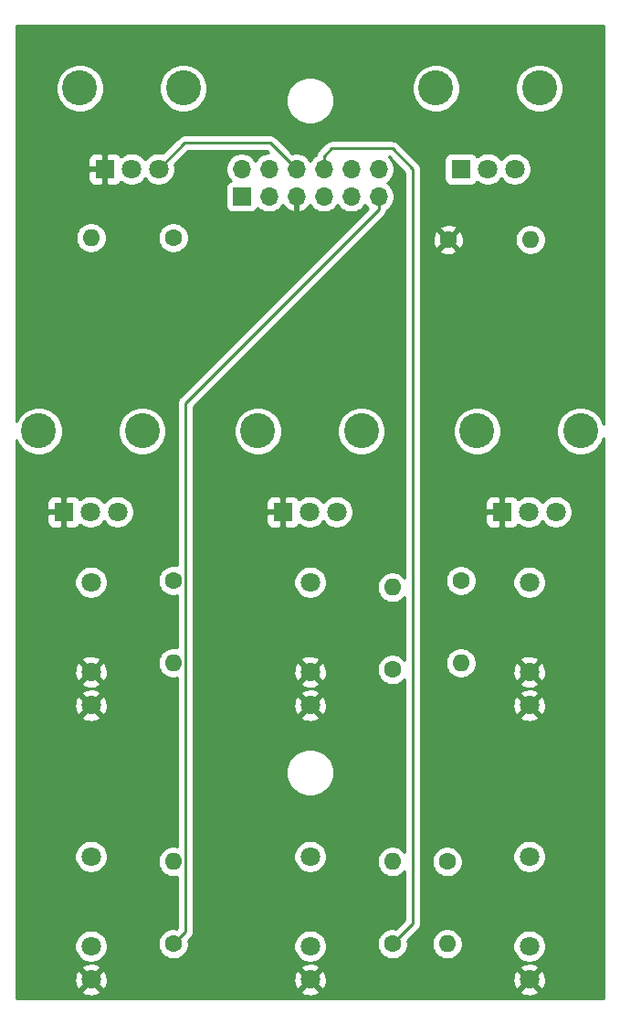
<source format=gbr>
G04 #@! TF.GenerationSoftware,KiCad,Pcbnew,5.1.5-52549c5~84~ubuntu18.04.1*
G04 #@! TF.CreationDate,2020-03-17T21:00:59-04:00*
G04 #@! TF.ProjectId,OBG-SVF-panelpcb,4f42472d-5356-4462-9d70-616e656c7063,rev?*
G04 #@! TF.SameCoordinates,Original*
G04 #@! TF.FileFunction,Copper,L2,Bot*
G04 #@! TF.FilePolarity,Positive*
%FSLAX46Y46*%
G04 Gerber Fmt 4.6, Leading zero omitted, Abs format (unit mm)*
G04 Created by KiCad (PCBNEW 5.1.5-52549c5~84~ubuntu18.04.1) date 2020-03-17 21:00:59*
%MOMM*%
%LPD*%
G04 APERTURE LIST*
%ADD10O,1.600000X1.600000*%
%ADD11C,1.600000*%
%ADD12C,1.800000*%
%ADD13O,1.700000X1.700000*%
%ADD14R,1.700000X1.700000*%
%ADD15C,3.240000*%
%ADD16R,1.800000X1.800000*%
%ADD17C,0.250000*%
%ADD18C,0.254000*%
G04 APERTURE END LIST*
D10*
X160120000Y-84000000D03*
D11*
X152500000Y-84000000D03*
D12*
X139700000Y-115730000D03*
X139700000Y-127130000D03*
X139700000Y-124030000D03*
X119380000Y-115730000D03*
X119380000Y-127130000D03*
X119380000Y-124030000D03*
D13*
X146050000Y-77470000D03*
X146050000Y-80010000D03*
X143510000Y-77470000D03*
X143510000Y-80010000D03*
X140970000Y-77470000D03*
X140970000Y-80010000D03*
X138430000Y-77470000D03*
X138430000Y-80010000D03*
X135890000Y-77470000D03*
X135890000Y-80010000D03*
X133350000Y-77470000D03*
D14*
X133350000Y-80010000D03*
D15*
X155180000Y-101720000D03*
X164780000Y-101720000D03*
D12*
X162480000Y-109220000D03*
X159980000Y-109220000D03*
D16*
X157480000Y-109220000D03*
D15*
X134860000Y-101720000D03*
X144460000Y-101720000D03*
D12*
X142160000Y-109220000D03*
X139660000Y-109220000D03*
D16*
X137160000Y-109220000D03*
D15*
X114540000Y-101720000D03*
X124140000Y-101720000D03*
D12*
X121840000Y-109220000D03*
X119340000Y-109220000D03*
D16*
X116840000Y-109220000D03*
D10*
X147320000Y-116205000D03*
D11*
X147320000Y-123825000D03*
D15*
X151370000Y-69970000D03*
X160970000Y-69970000D03*
D12*
X158670000Y-77470000D03*
X156170000Y-77470000D03*
D16*
X153670000Y-77470000D03*
D15*
X118350000Y-69970000D03*
X127950000Y-69970000D03*
D12*
X125650000Y-77470000D03*
X123150000Y-77470000D03*
D16*
X120650000Y-77470000D03*
D12*
X119380000Y-141130000D03*
X119380000Y-152530000D03*
X119380000Y-149430000D03*
X160020000Y-115730000D03*
X160020000Y-127130000D03*
X160020000Y-124030000D03*
X139700000Y-141130000D03*
X139700000Y-152530000D03*
X139700000Y-149430000D03*
X160020000Y-141130000D03*
X160020000Y-152530000D03*
X160020000Y-149430000D03*
D10*
X127000000Y-141605000D03*
D11*
X127000000Y-149225000D03*
D10*
X147320000Y-141605000D03*
D11*
X147320000Y-149225000D03*
D10*
X152400000Y-149225000D03*
D11*
X152400000Y-141605000D03*
D10*
X127000000Y-123190000D03*
D11*
X127000000Y-115570000D03*
D10*
X153670000Y-123190000D03*
D11*
X153670000Y-115570000D03*
D10*
X119380000Y-83820000D03*
D11*
X127000000Y-83820000D03*
D17*
X138430000Y-77470000D02*
X136000000Y-75040000D01*
X128080000Y-75040000D02*
X125650000Y-77470000D01*
X136000000Y-75040000D02*
X128080000Y-75040000D01*
X149225000Y-147320000D02*
X147320000Y-149225000D01*
X149225000Y-77470000D02*
X149225000Y-147320000D01*
X140970000Y-77470000D02*
X140970000Y-76267919D01*
X140970000Y-76267919D02*
X141672919Y-75565000D01*
X141672919Y-75565000D02*
X147320000Y-75565000D01*
X147320000Y-75565000D02*
X149225000Y-77470000D01*
X128125001Y-148099999D02*
X127000000Y-149225000D01*
X128125001Y-99137080D02*
X128125001Y-148099999D01*
X146050000Y-81212081D02*
X128125001Y-99137080D01*
X146050000Y-80010000D02*
X146050000Y-81212081D01*
D18*
G36*
X166955000Y-101095715D02*
G01*
X166948342Y-101062241D01*
X166778355Y-100651857D01*
X166531573Y-100282521D01*
X166217479Y-99968427D01*
X165848143Y-99721645D01*
X165437759Y-99551658D01*
X165002098Y-99465000D01*
X164557902Y-99465000D01*
X164122241Y-99551658D01*
X163711857Y-99721645D01*
X163342521Y-99968427D01*
X163028427Y-100282521D01*
X162781645Y-100651857D01*
X162611658Y-101062241D01*
X162525000Y-101497902D01*
X162525000Y-101942098D01*
X162611658Y-102377759D01*
X162781645Y-102788143D01*
X163028427Y-103157479D01*
X163342521Y-103471573D01*
X163711857Y-103718355D01*
X164122241Y-103888342D01*
X164557902Y-103975000D01*
X165002098Y-103975000D01*
X165437759Y-103888342D01*
X165848143Y-103718355D01*
X166217479Y-103471573D01*
X166531573Y-103157479D01*
X166778355Y-102788143D01*
X166948342Y-102377759D01*
X166955000Y-102344285D01*
X166955001Y-154255000D01*
X112445000Y-154255000D01*
X112445000Y-153594080D01*
X118495525Y-153594080D01*
X118579208Y-153848261D01*
X118851775Y-153979158D01*
X119144642Y-154054365D01*
X119446553Y-154070991D01*
X119745907Y-154028397D01*
X120031199Y-153928222D01*
X120180792Y-153848261D01*
X120264475Y-153594080D01*
X138815525Y-153594080D01*
X138899208Y-153848261D01*
X139171775Y-153979158D01*
X139464642Y-154054365D01*
X139766553Y-154070991D01*
X140065907Y-154028397D01*
X140351199Y-153928222D01*
X140500792Y-153848261D01*
X140584475Y-153594080D01*
X159135525Y-153594080D01*
X159219208Y-153848261D01*
X159491775Y-153979158D01*
X159784642Y-154054365D01*
X160086553Y-154070991D01*
X160385907Y-154028397D01*
X160671199Y-153928222D01*
X160820792Y-153848261D01*
X160904475Y-153594080D01*
X160020000Y-152709605D01*
X159135525Y-153594080D01*
X140584475Y-153594080D01*
X139700000Y-152709605D01*
X138815525Y-153594080D01*
X120264475Y-153594080D01*
X119380000Y-152709605D01*
X118495525Y-153594080D01*
X112445000Y-153594080D01*
X112445000Y-152596553D01*
X117839009Y-152596553D01*
X117881603Y-152895907D01*
X117981778Y-153181199D01*
X118061739Y-153330792D01*
X118315920Y-153414475D01*
X119200395Y-152530000D01*
X119559605Y-152530000D01*
X120444080Y-153414475D01*
X120698261Y-153330792D01*
X120829158Y-153058225D01*
X120904365Y-152765358D01*
X120913660Y-152596553D01*
X138159009Y-152596553D01*
X138201603Y-152895907D01*
X138301778Y-153181199D01*
X138381739Y-153330792D01*
X138635920Y-153414475D01*
X139520395Y-152530000D01*
X139879605Y-152530000D01*
X140764080Y-153414475D01*
X141018261Y-153330792D01*
X141149158Y-153058225D01*
X141224365Y-152765358D01*
X141233660Y-152596553D01*
X158479009Y-152596553D01*
X158521603Y-152895907D01*
X158621778Y-153181199D01*
X158701739Y-153330792D01*
X158955920Y-153414475D01*
X159840395Y-152530000D01*
X160199605Y-152530000D01*
X161084080Y-153414475D01*
X161338261Y-153330792D01*
X161469158Y-153058225D01*
X161544365Y-152765358D01*
X161560991Y-152463447D01*
X161518397Y-152164093D01*
X161418222Y-151878801D01*
X161338261Y-151729208D01*
X161084080Y-151645525D01*
X160199605Y-152530000D01*
X159840395Y-152530000D01*
X158955920Y-151645525D01*
X158701739Y-151729208D01*
X158570842Y-152001775D01*
X158495635Y-152294642D01*
X158479009Y-152596553D01*
X141233660Y-152596553D01*
X141240991Y-152463447D01*
X141198397Y-152164093D01*
X141098222Y-151878801D01*
X141018261Y-151729208D01*
X140764080Y-151645525D01*
X139879605Y-152530000D01*
X139520395Y-152530000D01*
X138635920Y-151645525D01*
X138381739Y-151729208D01*
X138250842Y-152001775D01*
X138175635Y-152294642D01*
X138159009Y-152596553D01*
X120913660Y-152596553D01*
X120920991Y-152463447D01*
X120878397Y-152164093D01*
X120778222Y-151878801D01*
X120698261Y-151729208D01*
X120444080Y-151645525D01*
X119559605Y-152530000D01*
X119200395Y-152530000D01*
X118315920Y-151645525D01*
X118061739Y-151729208D01*
X117930842Y-152001775D01*
X117855635Y-152294642D01*
X117839009Y-152596553D01*
X112445000Y-152596553D01*
X112445000Y-151465920D01*
X118495525Y-151465920D01*
X119380000Y-152350395D01*
X120264475Y-151465920D01*
X138815525Y-151465920D01*
X139700000Y-152350395D01*
X140584475Y-151465920D01*
X159135525Y-151465920D01*
X160020000Y-152350395D01*
X160904475Y-151465920D01*
X160820792Y-151211739D01*
X160548225Y-151080842D01*
X160255358Y-151005635D01*
X159953447Y-150989009D01*
X159654093Y-151031603D01*
X159368801Y-151131778D01*
X159219208Y-151211739D01*
X159135525Y-151465920D01*
X140584475Y-151465920D01*
X140500792Y-151211739D01*
X140228225Y-151080842D01*
X139935358Y-151005635D01*
X139633447Y-150989009D01*
X139334093Y-151031603D01*
X139048801Y-151131778D01*
X138899208Y-151211739D01*
X138815525Y-151465920D01*
X120264475Y-151465920D01*
X120180792Y-151211739D01*
X119908225Y-151080842D01*
X119615358Y-151005635D01*
X119313447Y-150989009D01*
X119014093Y-151031603D01*
X118728801Y-151131778D01*
X118579208Y-151211739D01*
X118495525Y-151465920D01*
X112445000Y-151465920D01*
X112445000Y-149278816D01*
X117845000Y-149278816D01*
X117845000Y-149581184D01*
X117903989Y-149877743D01*
X118019701Y-150157095D01*
X118187688Y-150408505D01*
X118401495Y-150622312D01*
X118652905Y-150790299D01*
X118932257Y-150906011D01*
X119228816Y-150965000D01*
X119531184Y-150965000D01*
X119827743Y-150906011D01*
X120107095Y-150790299D01*
X120358505Y-150622312D01*
X120572312Y-150408505D01*
X120740299Y-150157095D01*
X120856011Y-149877743D01*
X120915000Y-149581184D01*
X120915000Y-149278816D01*
X120856011Y-148982257D01*
X120740299Y-148702905D01*
X120572312Y-148451495D01*
X120358505Y-148237688D01*
X120107095Y-148069701D01*
X119827743Y-147953989D01*
X119531184Y-147895000D01*
X119228816Y-147895000D01*
X118932257Y-147953989D01*
X118652905Y-148069701D01*
X118401495Y-148237688D01*
X118187688Y-148451495D01*
X118019701Y-148702905D01*
X117903989Y-148982257D01*
X117845000Y-149278816D01*
X112445000Y-149278816D01*
X112445000Y-140978816D01*
X117845000Y-140978816D01*
X117845000Y-141281184D01*
X117903989Y-141577743D01*
X118019701Y-141857095D01*
X118187688Y-142108505D01*
X118401495Y-142322312D01*
X118652905Y-142490299D01*
X118932257Y-142606011D01*
X119228816Y-142665000D01*
X119531184Y-142665000D01*
X119827743Y-142606011D01*
X120107095Y-142490299D01*
X120358505Y-142322312D01*
X120572312Y-142108505D01*
X120740299Y-141857095D01*
X120856011Y-141577743D01*
X120915000Y-141281184D01*
X120915000Y-140978816D01*
X120856011Y-140682257D01*
X120740299Y-140402905D01*
X120572312Y-140151495D01*
X120358505Y-139937688D01*
X120107095Y-139769701D01*
X119827743Y-139653989D01*
X119531184Y-139595000D01*
X119228816Y-139595000D01*
X118932257Y-139653989D01*
X118652905Y-139769701D01*
X118401495Y-139937688D01*
X118187688Y-140151495D01*
X118019701Y-140402905D01*
X117903989Y-140682257D01*
X117845000Y-140978816D01*
X112445000Y-140978816D01*
X112445000Y-128194080D01*
X118495525Y-128194080D01*
X118579208Y-128448261D01*
X118851775Y-128579158D01*
X119144642Y-128654365D01*
X119446553Y-128670991D01*
X119745907Y-128628397D01*
X120031199Y-128528222D01*
X120180792Y-128448261D01*
X120264475Y-128194080D01*
X119380000Y-127309605D01*
X118495525Y-128194080D01*
X112445000Y-128194080D01*
X112445000Y-127196553D01*
X117839009Y-127196553D01*
X117881603Y-127495907D01*
X117981778Y-127781199D01*
X118061739Y-127930792D01*
X118315920Y-128014475D01*
X119200395Y-127130000D01*
X119559605Y-127130000D01*
X120444080Y-128014475D01*
X120698261Y-127930792D01*
X120829158Y-127658225D01*
X120904365Y-127365358D01*
X120920991Y-127063447D01*
X120878397Y-126764093D01*
X120778222Y-126478801D01*
X120698261Y-126329208D01*
X120444080Y-126245525D01*
X119559605Y-127130000D01*
X119200395Y-127130000D01*
X118315920Y-126245525D01*
X118061739Y-126329208D01*
X117930842Y-126601775D01*
X117855635Y-126894642D01*
X117839009Y-127196553D01*
X112445000Y-127196553D01*
X112445000Y-126065920D01*
X118495525Y-126065920D01*
X119380000Y-126950395D01*
X120264475Y-126065920D01*
X120180792Y-125811739D01*
X119908225Y-125680842D01*
X119615358Y-125605635D01*
X119313447Y-125589009D01*
X119014093Y-125631603D01*
X118728801Y-125731778D01*
X118579208Y-125811739D01*
X118495525Y-126065920D01*
X112445000Y-126065920D01*
X112445000Y-125094080D01*
X118495525Y-125094080D01*
X118579208Y-125348261D01*
X118851775Y-125479158D01*
X119144642Y-125554365D01*
X119446553Y-125570991D01*
X119745907Y-125528397D01*
X120031199Y-125428222D01*
X120180792Y-125348261D01*
X120264475Y-125094080D01*
X119380000Y-124209605D01*
X118495525Y-125094080D01*
X112445000Y-125094080D01*
X112445000Y-124096553D01*
X117839009Y-124096553D01*
X117881603Y-124395907D01*
X117981778Y-124681199D01*
X118061739Y-124830792D01*
X118315920Y-124914475D01*
X119200395Y-124030000D01*
X119559605Y-124030000D01*
X120444080Y-124914475D01*
X120698261Y-124830792D01*
X120829158Y-124558225D01*
X120904365Y-124265358D01*
X120920991Y-123963447D01*
X120878397Y-123664093D01*
X120778222Y-123378801D01*
X120698261Y-123229208D01*
X120444080Y-123145525D01*
X119559605Y-124030000D01*
X119200395Y-124030000D01*
X118315920Y-123145525D01*
X118061739Y-123229208D01*
X117930842Y-123501775D01*
X117855635Y-123794642D01*
X117839009Y-124096553D01*
X112445000Y-124096553D01*
X112445000Y-122965920D01*
X118495525Y-122965920D01*
X119380000Y-123850395D01*
X120264475Y-122965920D01*
X120180792Y-122711739D01*
X119908225Y-122580842D01*
X119615358Y-122505635D01*
X119313447Y-122489009D01*
X119014093Y-122531603D01*
X118728801Y-122631778D01*
X118579208Y-122711739D01*
X118495525Y-122965920D01*
X112445000Y-122965920D01*
X112445000Y-115578816D01*
X117845000Y-115578816D01*
X117845000Y-115881184D01*
X117903989Y-116177743D01*
X118019701Y-116457095D01*
X118187688Y-116708505D01*
X118401495Y-116922312D01*
X118652905Y-117090299D01*
X118932257Y-117206011D01*
X119228816Y-117265000D01*
X119531184Y-117265000D01*
X119827743Y-117206011D01*
X120107095Y-117090299D01*
X120358505Y-116922312D01*
X120572312Y-116708505D01*
X120740299Y-116457095D01*
X120856011Y-116177743D01*
X120915000Y-115881184D01*
X120915000Y-115578816D01*
X120856011Y-115282257D01*
X120740299Y-115002905D01*
X120572312Y-114751495D01*
X120358505Y-114537688D01*
X120107095Y-114369701D01*
X119827743Y-114253989D01*
X119531184Y-114195000D01*
X119228816Y-114195000D01*
X118932257Y-114253989D01*
X118652905Y-114369701D01*
X118401495Y-114537688D01*
X118187688Y-114751495D01*
X118019701Y-115002905D01*
X117903989Y-115282257D01*
X117845000Y-115578816D01*
X112445000Y-115578816D01*
X112445000Y-110120000D01*
X115301928Y-110120000D01*
X115314188Y-110244482D01*
X115350498Y-110364180D01*
X115409463Y-110474494D01*
X115488815Y-110571185D01*
X115585506Y-110650537D01*
X115695820Y-110709502D01*
X115815518Y-110745812D01*
X115940000Y-110758072D01*
X116554250Y-110755000D01*
X116713000Y-110596250D01*
X116713000Y-109347000D01*
X115463750Y-109347000D01*
X115305000Y-109505750D01*
X115301928Y-110120000D01*
X112445000Y-110120000D01*
X112445000Y-108320000D01*
X115301928Y-108320000D01*
X115305000Y-108934250D01*
X115463750Y-109093000D01*
X116713000Y-109093000D01*
X116713000Y-107843750D01*
X116967000Y-107843750D01*
X116967000Y-109093000D01*
X116987000Y-109093000D01*
X116987000Y-109347000D01*
X116967000Y-109347000D01*
X116967000Y-110596250D01*
X117125750Y-110755000D01*
X117740000Y-110758072D01*
X117864482Y-110745812D01*
X117984180Y-110709502D01*
X118094494Y-110650537D01*
X118191185Y-110571185D01*
X118270537Y-110474494D01*
X118323880Y-110374697D01*
X118361495Y-110412312D01*
X118612905Y-110580299D01*
X118892257Y-110696011D01*
X119188816Y-110755000D01*
X119491184Y-110755000D01*
X119787743Y-110696011D01*
X120067095Y-110580299D01*
X120318505Y-110412312D01*
X120532312Y-110198505D01*
X120590000Y-110112169D01*
X120647688Y-110198505D01*
X120861495Y-110412312D01*
X121112905Y-110580299D01*
X121392257Y-110696011D01*
X121688816Y-110755000D01*
X121991184Y-110755000D01*
X122287743Y-110696011D01*
X122567095Y-110580299D01*
X122818505Y-110412312D01*
X123032312Y-110198505D01*
X123200299Y-109947095D01*
X123316011Y-109667743D01*
X123375000Y-109371184D01*
X123375000Y-109068816D01*
X123316011Y-108772257D01*
X123200299Y-108492905D01*
X123032312Y-108241495D01*
X122818505Y-108027688D01*
X122567095Y-107859701D01*
X122287743Y-107743989D01*
X121991184Y-107685000D01*
X121688816Y-107685000D01*
X121392257Y-107743989D01*
X121112905Y-107859701D01*
X120861495Y-108027688D01*
X120647688Y-108241495D01*
X120590000Y-108327831D01*
X120532312Y-108241495D01*
X120318505Y-108027688D01*
X120067095Y-107859701D01*
X119787743Y-107743989D01*
X119491184Y-107685000D01*
X119188816Y-107685000D01*
X118892257Y-107743989D01*
X118612905Y-107859701D01*
X118361495Y-108027688D01*
X118323880Y-108065303D01*
X118270537Y-107965506D01*
X118191185Y-107868815D01*
X118094494Y-107789463D01*
X117984180Y-107730498D01*
X117864482Y-107694188D01*
X117740000Y-107681928D01*
X117125750Y-107685000D01*
X116967000Y-107843750D01*
X116713000Y-107843750D01*
X116554250Y-107685000D01*
X115940000Y-107681928D01*
X115815518Y-107694188D01*
X115695820Y-107730498D01*
X115585506Y-107789463D01*
X115488815Y-107868815D01*
X115409463Y-107965506D01*
X115350498Y-108075820D01*
X115314188Y-108195518D01*
X115301928Y-108320000D01*
X112445000Y-108320000D01*
X112445000Y-102554822D01*
X112541645Y-102788143D01*
X112788427Y-103157479D01*
X113102521Y-103471573D01*
X113471857Y-103718355D01*
X113882241Y-103888342D01*
X114317902Y-103975000D01*
X114762098Y-103975000D01*
X115197759Y-103888342D01*
X115608143Y-103718355D01*
X115977479Y-103471573D01*
X116291573Y-103157479D01*
X116538355Y-102788143D01*
X116708342Y-102377759D01*
X116795000Y-101942098D01*
X116795000Y-101497902D01*
X121885000Y-101497902D01*
X121885000Y-101942098D01*
X121971658Y-102377759D01*
X122141645Y-102788143D01*
X122388427Y-103157479D01*
X122702521Y-103471573D01*
X123071857Y-103718355D01*
X123482241Y-103888342D01*
X123917902Y-103975000D01*
X124362098Y-103975000D01*
X124797759Y-103888342D01*
X125208143Y-103718355D01*
X125577479Y-103471573D01*
X125891573Y-103157479D01*
X126138355Y-102788143D01*
X126308342Y-102377759D01*
X126395000Y-101942098D01*
X126395000Y-101497902D01*
X126308342Y-101062241D01*
X126138355Y-100651857D01*
X125891573Y-100282521D01*
X125577479Y-99968427D01*
X125208143Y-99721645D01*
X124797759Y-99551658D01*
X124362098Y-99465000D01*
X123917902Y-99465000D01*
X123482241Y-99551658D01*
X123071857Y-99721645D01*
X122702521Y-99968427D01*
X122388427Y-100282521D01*
X122141645Y-100651857D01*
X121971658Y-101062241D01*
X121885000Y-101497902D01*
X116795000Y-101497902D01*
X116708342Y-101062241D01*
X116538355Y-100651857D01*
X116291573Y-100282521D01*
X115977479Y-99968427D01*
X115608143Y-99721645D01*
X115197759Y-99551658D01*
X114762098Y-99465000D01*
X114317902Y-99465000D01*
X113882241Y-99551658D01*
X113471857Y-99721645D01*
X113102521Y-99968427D01*
X112788427Y-100282521D01*
X112541645Y-100651857D01*
X112445000Y-100885178D01*
X112445000Y-83678665D01*
X117945000Y-83678665D01*
X117945000Y-83961335D01*
X118000147Y-84238574D01*
X118108320Y-84499727D01*
X118265363Y-84734759D01*
X118465241Y-84934637D01*
X118700273Y-85091680D01*
X118961426Y-85199853D01*
X119238665Y-85255000D01*
X119521335Y-85255000D01*
X119798574Y-85199853D01*
X120059727Y-85091680D01*
X120294759Y-84934637D01*
X120494637Y-84734759D01*
X120651680Y-84499727D01*
X120759853Y-84238574D01*
X120815000Y-83961335D01*
X120815000Y-83678665D01*
X125565000Y-83678665D01*
X125565000Y-83961335D01*
X125620147Y-84238574D01*
X125728320Y-84499727D01*
X125885363Y-84734759D01*
X126085241Y-84934637D01*
X126320273Y-85091680D01*
X126581426Y-85199853D01*
X126858665Y-85255000D01*
X127141335Y-85255000D01*
X127418574Y-85199853D01*
X127679727Y-85091680D01*
X127914759Y-84934637D01*
X128114637Y-84734759D01*
X128271680Y-84499727D01*
X128379853Y-84238574D01*
X128435000Y-83961335D01*
X128435000Y-83678665D01*
X128379853Y-83401426D01*
X128271680Y-83140273D01*
X128114637Y-82905241D01*
X127914759Y-82705363D01*
X127679727Y-82548320D01*
X127418574Y-82440147D01*
X127141335Y-82385000D01*
X126858665Y-82385000D01*
X126581426Y-82440147D01*
X126320273Y-82548320D01*
X126085241Y-82705363D01*
X125885363Y-82905241D01*
X125728320Y-83140273D01*
X125620147Y-83401426D01*
X125565000Y-83678665D01*
X120815000Y-83678665D01*
X120759853Y-83401426D01*
X120651680Y-83140273D01*
X120494637Y-82905241D01*
X120294759Y-82705363D01*
X120059727Y-82548320D01*
X119798574Y-82440147D01*
X119521335Y-82385000D01*
X119238665Y-82385000D01*
X118961426Y-82440147D01*
X118700273Y-82548320D01*
X118465241Y-82705363D01*
X118265363Y-82905241D01*
X118108320Y-83140273D01*
X118000147Y-83401426D01*
X117945000Y-83678665D01*
X112445000Y-83678665D01*
X112445000Y-78370000D01*
X119111928Y-78370000D01*
X119124188Y-78494482D01*
X119160498Y-78614180D01*
X119219463Y-78724494D01*
X119298815Y-78821185D01*
X119395506Y-78900537D01*
X119505820Y-78959502D01*
X119625518Y-78995812D01*
X119750000Y-79008072D01*
X120364250Y-79005000D01*
X120523000Y-78846250D01*
X120523000Y-77597000D01*
X119273750Y-77597000D01*
X119115000Y-77755750D01*
X119111928Y-78370000D01*
X112445000Y-78370000D01*
X112445000Y-76570000D01*
X119111928Y-76570000D01*
X119115000Y-77184250D01*
X119273750Y-77343000D01*
X120523000Y-77343000D01*
X120523000Y-76093750D01*
X120777000Y-76093750D01*
X120777000Y-77343000D01*
X120797000Y-77343000D01*
X120797000Y-77597000D01*
X120777000Y-77597000D01*
X120777000Y-78846250D01*
X120935750Y-79005000D01*
X121550000Y-79008072D01*
X121674482Y-78995812D01*
X121794180Y-78959502D01*
X121904494Y-78900537D01*
X122001185Y-78821185D01*
X122080537Y-78724494D01*
X122133880Y-78624697D01*
X122171495Y-78662312D01*
X122422905Y-78830299D01*
X122702257Y-78946011D01*
X122998816Y-79005000D01*
X123301184Y-79005000D01*
X123597743Y-78946011D01*
X123877095Y-78830299D01*
X124128505Y-78662312D01*
X124342312Y-78448505D01*
X124400000Y-78362169D01*
X124457688Y-78448505D01*
X124671495Y-78662312D01*
X124922905Y-78830299D01*
X125202257Y-78946011D01*
X125498816Y-79005000D01*
X125801184Y-79005000D01*
X126097743Y-78946011D01*
X126377095Y-78830299D01*
X126628505Y-78662312D01*
X126842312Y-78448505D01*
X127010299Y-78197095D01*
X127126011Y-77917743D01*
X127185000Y-77621184D01*
X127185000Y-77318816D01*
X127133731Y-77061070D01*
X128394802Y-75800000D01*
X135685199Y-75800000D01*
X135870199Y-75985000D01*
X135743740Y-75985000D01*
X135456842Y-76042068D01*
X135186589Y-76154010D01*
X134943368Y-76316525D01*
X134736525Y-76523368D01*
X134620000Y-76697760D01*
X134503475Y-76523368D01*
X134296632Y-76316525D01*
X134053411Y-76154010D01*
X133783158Y-76042068D01*
X133496260Y-75985000D01*
X133203740Y-75985000D01*
X132916842Y-76042068D01*
X132646589Y-76154010D01*
X132403368Y-76316525D01*
X132196525Y-76523368D01*
X132034010Y-76766589D01*
X131922068Y-77036842D01*
X131865000Y-77323740D01*
X131865000Y-77616260D01*
X131922068Y-77903158D01*
X132034010Y-78173411D01*
X132196525Y-78416632D01*
X132328380Y-78548487D01*
X132255820Y-78570498D01*
X132145506Y-78629463D01*
X132048815Y-78708815D01*
X131969463Y-78805506D01*
X131910498Y-78915820D01*
X131874188Y-79035518D01*
X131861928Y-79160000D01*
X131861928Y-80860000D01*
X131874188Y-80984482D01*
X131910498Y-81104180D01*
X131969463Y-81214494D01*
X132048815Y-81311185D01*
X132145506Y-81390537D01*
X132255820Y-81449502D01*
X132375518Y-81485812D01*
X132500000Y-81498072D01*
X134200000Y-81498072D01*
X134324482Y-81485812D01*
X134444180Y-81449502D01*
X134554494Y-81390537D01*
X134651185Y-81311185D01*
X134730537Y-81214494D01*
X134789502Y-81104180D01*
X134811513Y-81031620D01*
X134943368Y-81163475D01*
X135186589Y-81325990D01*
X135456842Y-81437932D01*
X135743740Y-81495000D01*
X136036260Y-81495000D01*
X136323158Y-81437932D01*
X136593411Y-81325990D01*
X136836632Y-81163475D01*
X137043475Y-80956632D01*
X137165195Y-80774466D01*
X137234822Y-80891355D01*
X137429731Y-81107588D01*
X137663080Y-81281641D01*
X137925901Y-81406825D01*
X138073110Y-81451476D01*
X138303000Y-81330155D01*
X138303000Y-80137000D01*
X138283000Y-80137000D01*
X138283000Y-79883000D01*
X138303000Y-79883000D01*
X138303000Y-79863000D01*
X138557000Y-79863000D01*
X138557000Y-79883000D01*
X138577000Y-79883000D01*
X138577000Y-80137000D01*
X138557000Y-80137000D01*
X138557000Y-81330155D01*
X138786890Y-81451476D01*
X138934099Y-81406825D01*
X139196920Y-81281641D01*
X139430269Y-81107588D01*
X139625178Y-80891355D01*
X139694805Y-80774466D01*
X139816525Y-80956632D01*
X140023368Y-81163475D01*
X140266589Y-81325990D01*
X140536842Y-81437932D01*
X140823740Y-81495000D01*
X141116260Y-81495000D01*
X141403158Y-81437932D01*
X141673411Y-81325990D01*
X141916632Y-81163475D01*
X142123475Y-80956632D01*
X142240000Y-80782240D01*
X142356525Y-80956632D01*
X142563368Y-81163475D01*
X142806589Y-81325990D01*
X143076842Y-81437932D01*
X143363740Y-81495000D01*
X143656260Y-81495000D01*
X143943158Y-81437932D01*
X144213411Y-81325990D01*
X144456632Y-81163475D01*
X144663475Y-80956632D01*
X144780000Y-80782240D01*
X144896525Y-80956632D01*
X145063586Y-81123693D01*
X127614004Y-98573276D01*
X127585000Y-98597079D01*
X127529872Y-98664254D01*
X127490027Y-98712804D01*
X127419456Y-98844833D01*
X127419455Y-98844834D01*
X127375998Y-98988095D01*
X127365001Y-99099748D01*
X127365001Y-99099758D01*
X127361325Y-99137080D01*
X127365001Y-99174402D01*
X127365001Y-114179491D01*
X127141335Y-114135000D01*
X126858665Y-114135000D01*
X126581426Y-114190147D01*
X126320273Y-114298320D01*
X126085241Y-114455363D01*
X125885363Y-114655241D01*
X125728320Y-114890273D01*
X125620147Y-115151426D01*
X125565000Y-115428665D01*
X125565000Y-115711335D01*
X125620147Y-115988574D01*
X125728320Y-116249727D01*
X125885363Y-116484759D01*
X126085241Y-116684637D01*
X126320273Y-116841680D01*
X126581426Y-116949853D01*
X126858665Y-117005000D01*
X127141335Y-117005000D01*
X127365001Y-116960509D01*
X127365001Y-121799491D01*
X127141335Y-121755000D01*
X126858665Y-121755000D01*
X126581426Y-121810147D01*
X126320273Y-121918320D01*
X126085241Y-122075363D01*
X125885363Y-122275241D01*
X125728320Y-122510273D01*
X125620147Y-122771426D01*
X125565000Y-123048665D01*
X125565000Y-123331335D01*
X125620147Y-123608574D01*
X125728320Y-123869727D01*
X125885363Y-124104759D01*
X126085241Y-124304637D01*
X126320273Y-124461680D01*
X126581426Y-124569853D01*
X126858665Y-124625000D01*
X127141335Y-124625000D01*
X127365002Y-124580509D01*
X127365002Y-140214491D01*
X127141335Y-140170000D01*
X126858665Y-140170000D01*
X126581426Y-140225147D01*
X126320273Y-140333320D01*
X126085241Y-140490363D01*
X125885363Y-140690241D01*
X125728320Y-140925273D01*
X125620147Y-141186426D01*
X125565000Y-141463665D01*
X125565000Y-141746335D01*
X125620147Y-142023574D01*
X125728320Y-142284727D01*
X125885363Y-142519759D01*
X126085241Y-142719637D01*
X126320273Y-142876680D01*
X126581426Y-142984853D01*
X126858665Y-143040000D01*
X127141335Y-143040000D01*
X127365002Y-142995509D01*
X127365002Y-147785196D01*
X127323886Y-147826312D01*
X127141335Y-147790000D01*
X126858665Y-147790000D01*
X126581426Y-147845147D01*
X126320273Y-147953320D01*
X126085241Y-148110363D01*
X125885363Y-148310241D01*
X125728320Y-148545273D01*
X125620147Y-148806426D01*
X125565000Y-149083665D01*
X125565000Y-149366335D01*
X125620147Y-149643574D01*
X125728320Y-149904727D01*
X125885363Y-150139759D01*
X126085241Y-150339637D01*
X126320273Y-150496680D01*
X126581426Y-150604853D01*
X126858665Y-150660000D01*
X127141335Y-150660000D01*
X127418574Y-150604853D01*
X127679727Y-150496680D01*
X127914759Y-150339637D01*
X128114637Y-150139759D01*
X128271680Y-149904727D01*
X128379853Y-149643574D01*
X128435000Y-149366335D01*
X128435000Y-149278816D01*
X138165000Y-149278816D01*
X138165000Y-149581184D01*
X138223989Y-149877743D01*
X138339701Y-150157095D01*
X138507688Y-150408505D01*
X138721495Y-150622312D01*
X138972905Y-150790299D01*
X139252257Y-150906011D01*
X139548816Y-150965000D01*
X139851184Y-150965000D01*
X140147743Y-150906011D01*
X140427095Y-150790299D01*
X140678505Y-150622312D01*
X140892312Y-150408505D01*
X141060299Y-150157095D01*
X141176011Y-149877743D01*
X141235000Y-149581184D01*
X141235000Y-149278816D01*
X141176011Y-148982257D01*
X141060299Y-148702905D01*
X140892312Y-148451495D01*
X140678505Y-148237688D01*
X140427095Y-148069701D01*
X140147743Y-147953989D01*
X139851184Y-147895000D01*
X139548816Y-147895000D01*
X139252257Y-147953989D01*
X138972905Y-148069701D01*
X138721495Y-148237688D01*
X138507688Y-148451495D01*
X138339701Y-148702905D01*
X138223989Y-148982257D01*
X138165000Y-149278816D01*
X128435000Y-149278816D01*
X128435000Y-149083665D01*
X128398688Y-148901114D01*
X128636004Y-148663798D01*
X128665002Y-148640000D01*
X128759975Y-148524275D01*
X128830547Y-148392246D01*
X128874004Y-148248985D01*
X128885001Y-148137332D01*
X128885001Y-148137324D01*
X128888677Y-148099999D01*
X128885001Y-148062674D01*
X128885001Y-140978816D01*
X138165000Y-140978816D01*
X138165000Y-141281184D01*
X138223989Y-141577743D01*
X138339701Y-141857095D01*
X138507688Y-142108505D01*
X138721495Y-142322312D01*
X138972905Y-142490299D01*
X139252257Y-142606011D01*
X139548816Y-142665000D01*
X139851184Y-142665000D01*
X140147743Y-142606011D01*
X140427095Y-142490299D01*
X140678505Y-142322312D01*
X140892312Y-142108505D01*
X141060299Y-141857095D01*
X141176011Y-141577743D01*
X141235000Y-141281184D01*
X141235000Y-140978816D01*
X141176011Y-140682257D01*
X141060299Y-140402905D01*
X140892312Y-140151495D01*
X140678505Y-139937688D01*
X140427095Y-139769701D01*
X140147743Y-139653989D01*
X139851184Y-139595000D01*
X139548816Y-139595000D01*
X139252257Y-139653989D01*
X138972905Y-139769701D01*
X138721495Y-139937688D01*
X138507688Y-140151495D01*
X138339701Y-140402905D01*
X138223989Y-140682257D01*
X138165000Y-140978816D01*
X128885001Y-140978816D01*
X128885001Y-133129872D01*
X137465000Y-133129872D01*
X137465000Y-133570128D01*
X137550890Y-134001925D01*
X137719369Y-134408669D01*
X137963962Y-134774729D01*
X138275271Y-135086038D01*
X138641331Y-135330631D01*
X139048075Y-135499110D01*
X139479872Y-135585000D01*
X139920128Y-135585000D01*
X140351925Y-135499110D01*
X140758669Y-135330631D01*
X141124729Y-135086038D01*
X141436038Y-134774729D01*
X141680631Y-134408669D01*
X141849110Y-134001925D01*
X141935000Y-133570128D01*
X141935000Y-133129872D01*
X141849110Y-132698075D01*
X141680631Y-132291331D01*
X141436038Y-131925271D01*
X141124729Y-131613962D01*
X140758669Y-131369369D01*
X140351925Y-131200890D01*
X139920128Y-131115000D01*
X139479872Y-131115000D01*
X139048075Y-131200890D01*
X138641331Y-131369369D01*
X138275271Y-131613962D01*
X137963962Y-131925271D01*
X137719369Y-132291331D01*
X137550890Y-132698075D01*
X137465000Y-133129872D01*
X128885001Y-133129872D01*
X128885001Y-128194080D01*
X138815525Y-128194080D01*
X138899208Y-128448261D01*
X139171775Y-128579158D01*
X139464642Y-128654365D01*
X139766553Y-128670991D01*
X140065907Y-128628397D01*
X140351199Y-128528222D01*
X140500792Y-128448261D01*
X140584475Y-128194080D01*
X139700000Y-127309605D01*
X138815525Y-128194080D01*
X128885001Y-128194080D01*
X128885001Y-127196553D01*
X138159009Y-127196553D01*
X138201603Y-127495907D01*
X138301778Y-127781199D01*
X138381739Y-127930792D01*
X138635920Y-128014475D01*
X139520395Y-127130000D01*
X139879605Y-127130000D01*
X140764080Y-128014475D01*
X141018261Y-127930792D01*
X141149158Y-127658225D01*
X141224365Y-127365358D01*
X141240991Y-127063447D01*
X141198397Y-126764093D01*
X141098222Y-126478801D01*
X141018261Y-126329208D01*
X140764080Y-126245525D01*
X139879605Y-127130000D01*
X139520395Y-127130000D01*
X138635920Y-126245525D01*
X138381739Y-126329208D01*
X138250842Y-126601775D01*
X138175635Y-126894642D01*
X138159009Y-127196553D01*
X128885001Y-127196553D01*
X128885001Y-126065920D01*
X138815525Y-126065920D01*
X139700000Y-126950395D01*
X140584475Y-126065920D01*
X140500792Y-125811739D01*
X140228225Y-125680842D01*
X139935358Y-125605635D01*
X139633447Y-125589009D01*
X139334093Y-125631603D01*
X139048801Y-125731778D01*
X138899208Y-125811739D01*
X138815525Y-126065920D01*
X128885001Y-126065920D01*
X128885001Y-125094080D01*
X138815525Y-125094080D01*
X138899208Y-125348261D01*
X139171775Y-125479158D01*
X139464642Y-125554365D01*
X139766553Y-125570991D01*
X140065907Y-125528397D01*
X140351199Y-125428222D01*
X140500792Y-125348261D01*
X140584475Y-125094080D01*
X139700000Y-124209605D01*
X138815525Y-125094080D01*
X128885001Y-125094080D01*
X128885001Y-124096553D01*
X138159009Y-124096553D01*
X138201603Y-124395907D01*
X138301778Y-124681199D01*
X138381739Y-124830792D01*
X138635920Y-124914475D01*
X139520395Y-124030000D01*
X139879605Y-124030000D01*
X140764080Y-124914475D01*
X141018261Y-124830792D01*
X141149158Y-124558225D01*
X141224365Y-124265358D01*
X141240991Y-123963447D01*
X141198397Y-123664093D01*
X141098222Y-123378801D01*
X141018261Y-123229208D01*
X140764080Y-123145525D01*
X139879605Y-124030000D01*
X139520395Y-124030000D01*
X138635920Y-123145525D01*
X138381739Y-123229208D01*
X138250842Y-123501775D01*
X138175635Y-123794642D01*
X138159009Y-124096553D01*
X128885001Y-124096553D01*
X128885001Y-122965920D01*
X138815525Y-122965920D01*
X139700000Y-123850395D01*
X140584475Y-122965920D01*
X140500792Y-122711739D01*
X140228225Y-122580842D01*
X139935358Y-122505635D01*
X139633447Y-122489009D01*
X139334093Y-122531603D01*
X139048801Y-122631778D01*
X138899208Y-122711739D01*
X138815525Y-122965920D01*
X128885001Y-122965920D01*
X128885001Y-115578816D01*
X138165000Y-115578816D01*
X138165000Y-115881184D01*
X138223989Y-116177743D01*
X138339701Y-116457095D01*
X138507688Y-116708505D01*
X138721495Y-116922312D01*
X138972905Y-117090299D01*
X139252257Y-117206011D01*
X139548816Y-117265000D01*
X139851184Y-117265000D01*
X140147743Y-117206011D01*
X140427095Y-117090299D01*
X140678505Y-116922312D01*
X140892312Y-116708505D01*
X141060299Y-116457095D01*
X141176011Y-116177743D01*
X141235000Y-115881184D01*
X141235000Y-115578816D01*
X141176011Y-115282257D01*
X141060299Y-115002905D01*
X140892312Y-114751495D01*
X140678505Y-114537688D01*
X140427095Y-114369701D01*
X140147743Y-114253989D01*
X139851184Y-114195000D01*
X139548816Y-114195000D01*
X139252257Y-114253989D01*
X138972905Y-114369701D01*
X138721495Y-114537688D01*
X138507688Y-114751495D01*
X138339701Y-115002905D01*
X138223989Y-115282257D01*
X138165000Y-115578816D01*
X128885001Y-115578816D01*
X128885001Y-110120000D01*
X135621928Y-110120000D01*
X135634188Y-110244482D01*
X135670498Y-110364180D01*
X135729463Y-110474494D01*
X135808815Y-110571185D01*
X135905506Y-110650537D01*
X136015820Y-110709502D01*
X136135518Y-110745812D01*
X136260000Y-110758072D01*
X136874250Y-110755000D01*
X137033000Y-110596250D01*
X137033000Y-109347000D01*
X135783750Y-109347000D01*
X135625000Y-109505750D01*
X135621928Y-110120000D01*
X128885001Y-110120000D01*
X128885001Y-108320000D01*
X135621928Y-108320000D01*
X135625000Y-108934250D01*
X135783750Y-109093000D01*
X137033000Y-109093000D01*
X137033000Y-107843750D01*
X137287000Y-107843750D01*
X137287000Y-109093000D01*
X137307000Y-109093000D01*
X137307000Y-109347000D01*
X137287000Y-109347000D01*
X137287000Y-110596250D01*
X137445750Y-110755000D01*
X138060000Y-110758072D01*
X138184482Y-110745812D01*
X138304180Y-110709502D01*
X138414494Y-110650537D01*
X138511185Y-110571185D01*
X138590537Y-110474494D01*
X138643880Y-110374697D01*
X138681495Y-110412312D01*
X138932905Y-110580299D01*
X139212257Y-110696011D01*
X139508816Y-110755000D01*
X139811184Y-110755000D01*
X140107743Y-110696011D01*
X140387095Y-110580299D01*
X140638505Y-110412312D01*
X140852312Y-110198505D01*
X140910000Y-110112169D01*
X140967688Y-110198505D01*
X141181495Y-110412312D01*
X141432905Y-110580299D01*
X141712257Y-110696011D01*
X142008816Y-110755000D01*
X142311184Y-110755000D01*
X142607743Y-110696011D01*
X142887095Y-110580299D01*
X143138505Y-110412312D01*
X143352312Y-110198505D01*
X143520299Y-109947095D01*
X143636011Y-109667743D01*
X143695000Y-109371184D01*
X143695000Y-109068816D01*
X143636011Y-108772257D01*
X143520299Y-108492905D01*
X143352312Y-108241495D01*
X143138505Y-108027688D01*
X142887095Y-107859701D01*
X142607743Y-107743989D01*
X142311184Y-107685000D01*
X142008816Y-107685000D01*
X141712257Y-107743989D01*
X141432905Y-107859701D01*
X141181495Y-108027688D01*
X140967688Y-108241495D01*
X140910000Y-108327831D01*
X140852312Y-108241495D01*
X140638505Y-108027688D01*
X140387095Y-107859701D01*
X140107743Y-107743989D01*
X139811184Y-107685000D01*
X139508816Y-107685000D01*
X139212257Y-107743989D01*
X138932905Y-107859701D01*
X138681495Y-108027688D01*
X138643880Y-108065303D01*
X138590537Y-107965506D01*
X138511185Y-107868815D01*
X138414494Y-107789463D01*
X138304180Y-107730498D01*
X138184482Y-107694188D01*
X138060000Y-107681928D01*
X137445750Y-107685000D01*
X137287000Y-107843750D01*
X137033000Y-107843750D01*
X136874250Y-107685000D01*
X136260000Y-107681928D01*
X136135518Y-107694188D01*
X136015820Y-107730498D01*
X135905506Y-107789463D01*
X135808815Y-107868815D01*
X135729463Y-107965506D01*
X135670498Y-108075820D01*
X135634188Y-108195518D01*
X135621928Y-108320000D01*
X128885001Y-108320000D01*
X128885001Y-101497902D01*
X132605000Y-101497902D01*
X132605000Y-101942098D01*
X132691658Y-102377759D01*
X132861645Y-102788143D01*
X133108427Y-103157479D01*
X133422521Y-103471573D01*
X133791857Y-103718355D01*
X134202241Y-103888342D01*
X134637902Y-103975000D01*
X135082098Y-103975000D01*
X135517759Y-103888342D01*
X135928143Y-103718355D01*
X136297479Y-103471573D01*
X136611573Y-103157479D01*
X136858355Y-102788143D01*
X137028342Y-102377759D01*
X137115000Y-101942098D01*
X137115000Y-101497902D01*
X142205000Y-101497902D01*
X142205000Y-101942098D01*
X142291658Y-102377759D01*
X142461645Y-102788143D01*
X142708427Y-103157479D01*
X143022521Y-103471573D01*
X143391857Y-103718355D01*
X143802241Y-103888342D01*
X144237902Y-103975000D01*
X144682098Y-103975000D01*
X145117759Y-103888342D01*
X145528143Y-103718355D01*
X145897479Y-103471573D01*
X146211573Y-103157479D01*
X146458355Y-102788143D01*
X146628342Y-102377759D01*
X146715000Y-101942098D01*
X146715000Y-101497902D01*
X146628342Y-101062241D01*
X146458355Y-100651857D01*
X146211573Y-100282521D01*
X145897479Y-99968427D01*
X145528143Y-99721645D01*
X145117759Y-99551658D01*
X144682098Y-99465000D01*
X144237902Y-99465000D01*
X143802241Y-99551658D01*
X143391857Y-99721645D01*
X143022521Y-99968427D01*
X142708427Y-100282521D01*
X142461645Y-100651857D01*
X142291658Y-101062241D01*
X142205000Y-101497902D01*
X137115000Y-101497902D01*
X137028342Y-101062241D01*
X136858355Y-100651857D01*
X136611573Y-100282521D01*
X136297479Y-99968427D01*
X135928143Y-99721645D01*
X135517759Y-99551658D01*
X135082098Y-99465000D01*
X134637902Y-99465000D01*
X134202241Y-99551658D01*
X133791857Y-99721645D01*
X133422521Y-99968427D01*
X133108427Y-100282521D01*
X132861645Y-100651857D01*
X132691658Y-101062241D01*
X132605000Y-101497902D01*
X128885001Y-101497902D01*
X128885001Y-99451881D01*
X146561003Y-81775880D01*
X146590001Y-81752082D01*
X146684974Y-81636357D01*
X146755546Y-81504328D01*
X146799003Y-81361067D01*
X146805913Y-81290909D01*
X146996632Y-81163475D01*
X147203475Y-80956632D01*
X147365990Y-80713411D01*
X147477932Y-80443158D01*
X147535000Y-80156260D01*
X147535000Y-79863740D01*
X147477932Y-79576842D01*
X147365990Y-79306589D01*
X147203475Y-79063368D01*
X146996632Y-78856525D01*
X146822240Y-78740000D01*
X146996632Y-78623475D01*
X147203475Y-78416632D01*
X147365990Y-78173411D01*
X147477932Y-77903158D01*
X147535000Y-77616260D01*
X147535000Y-77323740D01*
X147477932Y-77036842D01*
X147365990Y-76766589D01*
X147203475Y-76523368D01*
X147005107Y-76325000D01*
X147005199Y-76325000D01*
X148465000Y-77784802D01*
X148465001Y-115335683D01*
X148434637Y-115290241D01*
X148234759Y-115090363D01*
X147999727Y-114933320D01*
X147738574Y-114825147D01*
X147461335Y-114770000D01*
X147178665Y-114770000D01*
X146901426Y-114825147D01*
X146640273Y-114933320D01*
X146405241Y-115090363D01*
X146205363Y-115290241D01*
X146048320Y-115525273D01*
X145940147Y-115786426D01*
X145885000Y-116063665D01*
X145885000Y-116346335D01*
X145940147Y-116623574D01*
X146048320Y-116884727D01*
X146205363Y-117119759D01*
X146405241Y-117319637D01*
X146640273Y-117476680D01*
X146901426Y-117584853D01*
X147178665Y-117640000D01*
X147461335Y-117640000D01*
X147738574Y-117584853D01*
X147999727Y-117476680D01*
X148234759Y-117319637D01*
X148434637Y-117119759D01*
X148465001Y-117074317D01*
X148465001Y-122955684D01*
X148434637Y-122910241D01*
X148234759Y-122710363D01*
X147999727Y-122553320D01*
X147738574Y-122445147D01*
X147461335Y-122390000D01*
X147178665Y-122390000D01*
X146901426Y-122445147D01*
X146640273Y-122553320D01*
X146405241Y-122710363D01*
X146205363Y-122910241D01*
X146048320Y-123145273D01*
X145940147Y-123406426D01*
X145885000Y-123683665D01*
X145885000Y-123966335D01*
X145940147Y-124243574D01*
X146048320Y-124504727D01*
X146205363Y-124739759D01*
X146405241Y-124939637D01*
X146640273Y-125096680D01*
X146901426Y-125204853D01*
X147178665Y-125260000D01*
X147461335Y-125260000D01*
X147738574Y-125204853D01*
X147999727Y-125096680D01*
X148234759Y-124939637D01*
X148434637Y-124739759D01*
X148465001Y-124694316D01*
X148465001Y-140735684D01*
X148434637Y-140690241D01*
X148234759Y-140490363D01*
X147999727Y-140333320D01*
X147738574Y-140225147D01*
X147461335Y-140170000D01*
X147178665Y-140170000D01*
X146901426Y-140225147D01*
X146640273Y-140333320D01*
X146405241Y-140490363D01*
X146205363Y-140690241D01*
X146048320Y-140925273D01*
X145940147Y-141186426D01*
X145885000Y-141463665D01*
X145885000Y-141746335D01*
X145940147Y-142023574D01*
X146048320Y-142284727D01*
X146205363Y-142519759D01*
X146405241Y-142719637D01*
X146640273Y-142876680D01*
X146901426Y-142984853D01*
X147178665Y-143040000D01*
X147461335Y-143040000D01*
X147738574Y-142984853D01*
X147999727Y-142876680D01*
X148234759Y-142719637D01*
X148434637Y-142519759D01*
X148465001Y-142474316D01*
X148465001Y-147005197D01*
X147643886Y-147826312D01*
X147461335Y-147790000D01*
X147178665Y-147790000D01*
X146901426Y-147845147D01*
X146640273Y-147953320D01*
X146405241Y-148110363D01*
X146205363Y-148310241D01*
X146048320Y-148545273D01*
X145940147Y-148806426D01*
X145885000Y-149083665D01*
X145885000Y-149366335D01*
X145940147Y-149643574D01*
X146048320Y-149904727D01*
X146205363Y-150139759D01*
X146405241Y-150339637D01*
X146640273Y-150496680D01*
X146901426Y-150604853D01*
X147178665Y-150660000D01*
X147461335Y-150660000D01*
X147738574Y-150604853D01*
X147999727Y-150496680D01*
X148234759Y-150339637D01*
X148434637Y-150139759D01*
X148591680Y-149904727D01*
X148699853Y-149643574D01*
X148755000Y-149366335D01*
X148755000Y-149083665D01*
X150965000Y-149083665D01*
X150965000Y-149366335D01*
X151020147Y-149643574D01*
X151128320Y-149904727D01*
X151285363Y-150139759D01*
X151485241Y-150339637D01*
X151720273Y-150496680D01*
X151981426Y-150604853D01*
X152258665Y-150660000D01*
X152541335Y-150660000D01*
X152818574Y-150604853D01*
X153079727Y-150496680D01*
X153314759Y-150339637D01*
X153514637Y-150139759D01*
X153671680Y-149904727D01*
X153779853Y-149643574D01*
X153835000Y-149366335D01*
X153835000Y-149278816D01*
X158485000Y-149278816D01*
X158485000Y-149581184D01*
X158543989Y-149877743D01*
X158659701Y-150157095D01*
X158827688Y-150408505D01*
X159041495Y-150622312D01*
X159292905Y-150790299D01*
X159572257Y-150906011D01*
X159868816Y-150965000D01*
X160171184Y-150965000D01*
X160467743Y-150906011D01*
X160747095Y-150790299D01*
X160998505Y-150622312D01*
X161212312Y-150408505D01*
X161380299Y-150157095D01*
X161496011Y-149877743D01*
X161555000Y-149581184D01*
X161555000Y-149278816D01*
X161496011Y-148982257D01*
X161380299Y-148702905D01*
X161212312Y-148451495D01*
X160998505Y-148237688D01*
X160747095Y-148069701D01*
X160467743Y-147953989D01*
X160171184Y-147895000D01*
X159868816Y-147895000D01*
X159572257Y-147953989D01*
X159292905Y-148069701D01*
X159041495Y-148237688D01*
X158827688Y-148451495D01*
X158659701Y-148702905D01*
X158543989Y-148982257D01*
X158485000Y-149278816D01*
X153835000Y-149278816D01*
X153835000Y-149083665D01*
X153779853Y-148806426D01*
X153671680Y-148545273D01*
X153514637Y-148310241D01*
X153314759Y-148110363D01*
X153079727Y-147953320D01*
X152818574Y-147845147D01*
X152541335Y-147790000D01*
X152258665Y-147790000D01*
X151981426Y-147845147D01*
X151720273Y-147953320D01*
X151485241Y-148110363D01*
X151285363Y-148310241D01*
X151128320Y-148545273D01*
X151020147Y-148806426D01*
X150965000Y-149083665D01*
X148755000Y-149083665D01*
X148718688Y-148901114D01*
X149736003Y-147883799D01*
X149765001Y-147860001D01*
X149859974Y-147744276D01*
X149930546Y-147612247D01*
X149974003Y-147468986D01*
X149985000Y-147357333D01*
X149985000Y-147357323D01*
X149988676Y-147320000D01*
X149985000Y-147282677D01*
X149985000Y-141463665D01*
X150965000Y-141463665D01*
X150965000Y-141746335D01*
X151020147Y-142023574D01*
X151128320Y-142284727D01*
X151285363Y-142519759D01*
X151485241Y-142719637D01*
X151720273Y-142876680D01*
X151981426Y-142984853D01*
X152258665Y-143040000D01*
X152541335Y-143040000D01*
X152818574Y-142984853D01*
X153079727Y-142876680D01*
X153314759Y-142719637D01*
X153514637Y-142519759D01*
X153671680Y-142284727D01*
X153779853Y-142023574D01*
X153835000Y-141746335D01*
X153835000Y-141463665D01*
X153779853Y-141186426D01*
X153693859Y-140978816D01*
X158485000Y-140978816D01*
X158485000Y-141281184D01*
X158543989Y-141577743D01*
X158659701Y-141857095D01*
X158827688Y-142108505D01*
X159041495Y-142322312D01*
X159292905Y-142490299D01*
X159572257Y-142606011D01*
X159868816Y-142665000D01*
X160171184Y-142665000D01*
X160467743Y-142606011D01*
X160747095Y-142490299D01*
X160998505Y-142322312D01*
X161212312Y-142108505D01*
X161380299Y-141857095D01*
X161496011Y-141577743D01*
X161555000Y-141281184D01*
X161555000Y-140978816D01*
X161496011Y-140682257D01*
X161380299Y-140402905D01*
X161212312Y-140151495D01*
X160998505Y-139937688D01*
X160747095Y-139769701D01*
X160467743Y-139653989D01*
X160171184Y-139595000D01*
X159868816Y-139595000D01*
X159572257Y-139653989D01*
X159292905Y-139769701D01*
X159041495Y-139937688D01*
X158827688Y-140151495D01*
X158659701Y-140402905D01*
X158543989Y-140682257D01*
X158485000Y-140978816D01*
X153693859Y-140978816D01*
X153671680Y-140925273D01*
X153514637Y-140690241D01*
X153314759Y-140490363D01*
X153079727Y-140333320D01*
X152818574Y-140225147D01*
X152541335Y-140170000D01*
X152258665Y-140170000D01*
X151981426Y-140225147D01*
X151720273Y-140333320D01*
X151485241Y-140490363D01*
X151285363Y-140690241D01*
X151128320Y-140925273D01*
X151020147Y-141186426D01*
X150965000Y-141463665D01*
X149985000Y-141463665D01*
X149985000Y-128194080D01*
X159135525Y-128194080D01*
X159219208Y-128448261D01*
X159491775Y-128579158D01*
X159784642Y-128654365D01*
X160086553Y-128670991D01*
X160385907Y-128628397D01*
X160671199Y-128528222D01*
X160820792Y-128448261D01*
X160904475Y-128194080D01*
X160020000Y-127309605D01*
X159135525Y-128194080D01*
X149985000Y-128194080D01*
X149985000Y-127196553D01*
X158479009Y-127196553D01*
X158521603Y-127495907D01*
X158621778Y-127781199D01*
X158701739Y-127930792D01*
X158955920Y-128014475D01*
X159840395Y-127130000D01*
X160199605Y-127130000D01*
X161084080Y-128014475D01*
X161338261Y-127930792D01*
X161469158Y-127658225D01*
X161544365Y-127365358D01*
X161560991Y-127063447D01*
X161518397Y-126764093D01*
X161418222Y-126478801D01*
X161338261Y-126329208D01*
X161084080Y-126245525D01*
X160199605Y-127130000D01*
X159840395Y-127130000D01*
X158955920Y-126245525D01*
X158701739Y-126329208D01*
X158570842Y-126601775D01*
X158495635Y-126894642D01*
X158479009Y-127196553D01*
X149985000Y-127196553D01*
X149985000Y-126065920D01*
X159135525Y-126065920D01*
X160020000Y-126950395D01*
X160904475Y-126065920D01*
X160820792Y-125811739D01*
X160548225Y-125680842D01*
X160255358Y-125605635D01*
X159953447Y-125589009D01*
X159654093Y-125631603D01*
X159368801Y-125731778D01*
X159219208Y-125811739D01*
X159135525Y-126065920D01*
X149985000Y-126065920D01*
X149985000Y-125094080D01*
X159135525Y-125094080D01*
X159219208Y-125348261D01*
X159491775Y-125479158D01*
X159784642Y-125554365D01*
X160086553Y-125570991D01*
X160385907Y-125528397D01*
X160671199Y-125428222D01*
X160820792Y-125348261D01*
X160904475Y-125094080D01*
X160020000Y-124209605D01*
X159135525Y-125094080D01*
X149985000Y-125094080D01*
X149985000Y-123048665D01*
X152235000Y-123048665D01*
X152235000Y-123331335D01*
X152290147Y-123608574D01*
X152398320Y-123869727D01*
X152555363Y-124104759D01*
X152755241Y-124304637D01*
X152990273Y-124461680D01*
X153251426Y-124569853D01*
X153528665Y-124625000D01*
X153811335Y-124625000D01*
X154088574Y-124569853D01*
X154349727Y-124461680D01*
X154584759Y-124304637D01*
X154784637Y-124104759D01*
X154790120Y-124096553D01*
X158479009Y-124096553D01*
X158521603Y-124395907D01*
X158621778Y-124681199D01*
X158701739Y-124830792D01*
X158955920Y-124914475D01*
X159840395Y-124030000D01*
X160199605Y-124030000D01*
X161084080Y-124914475D01*
X161338261Y-124830792D01*
X161469158Y-124558225D01*
X161544365Y-124265358D01*
X161560991Y-123963447D01*
X161518397Y-123664093D01*
X161418222Y-123378801D01*
X161338261Y-123229208D01*
X161084080Y-123145525D01*
X160199605Y-124030000D01*
X159840395Y-124030000D01*
X158955920Y-123145525D01*
X158701739Y-123229208D01*
X158570842Y-123501775D01*
X158495635Y-123794642D01*
X158479009Y-124096553D01*
X154790120Y-124096553D01*
X154941680Y-123869727D01*
X155049853Y-123608574D01*
X155105000Y-123331335D01*
X155105000Y-123048665D01*
X155088541Y-122965920D01*
X159135525Y-122965920D01*
X160020000Y-123850395D01*
X160904475Y-122965920D01*
X160820792Y-122711739D01*
X160548225Y-122580842D01*
X160255358Y-122505635D01*
X159953447Y-122489009D01*
X159654093Y-122531603D01*
X159368801Y-122631778D01*
X159219208Y-122711739D01*
X159135525Y-122965920D01*
X155088541Y-122965920D01*
X155049853Y-122771426D01*
X154941680Y-122510273D01*
X154784637Y-122275241D01*
X154584759Y-122075363D01*
X154349727Y-121918320D01*
X154088574Y-121810147D01*
X153811335Y-121755000D01*
X153528665Y-121755000D01*
X153251426Y-121810147D01*
X152990273Y-121918320D01*
X152755241Y-122075363D01*
X152555363Y-122275241D01*
X152398320Y-122510273D01*
X152290147Y-122771426D01*
X152235000Y-123048665D01*
X149985000Y-123048665D01*
X149985000Y-115428665D01*
X152235000Y-115428665D01*
X152235000Y-115711335D01*
X152290147Y-115988574D01*
X152398320Y-116249727D01*
X152555363Y-116484759D01*
X152755241Y-116684637D01*
X152990273Y-116841680D01*
X153251426Y-116949853D01*
X153528665Y-117005000D01*
X153811335Y-117005000D01*
X154088574Y-116949853D01*
X154349727Y-116841680D01*
X154584759Y-116684637D01*
X154784637Y-116484759D01*
X154941680Y-116249727D01*
X155049853Y-115988574D01*
X155105000Y-115711335D01*
X155105000Y-115578816D01*
X158485000Y-115578816D01*
X158485000Y-115881184D01*
X158543989Y-116177743D01*
X158659701Y-116457095D01*
X158827688Y-116708505D01*
X159041495Y-116922312D01*
X159292905Y-117090299D01*
X159572257Y-117206011D01*
X159868816Y-117265000D01*
X160171184Y-117265000D01*
X160467743Y-117206011D01*
X160747095Y-117090299D01*
X160998505Y-116922312D01*
X161212312Y-116708505D01*
X161380299Y-116457095D01*
X161496011Y-116177743D01*
X161555000Y-115881184D01*
X161555000Y-115578816D01*
X161496011Y-115282257D01*
X161380299Y-115002905D01*
X161212312Y-114751495D01*
X160998505Y-114537688D01*
X160747095Y-114369701D01*
X160467743Y-114253989D01*
X160171184Y-114195000D01*
X159868816Y-114195000D01*
X159572257Y-114253989D01*
X159292905Y-114369701D01*
X159041495Y-114537688D01*
X158827688Y-114751495D01*
X158659701Y-115002905D01*
X158543989Y-115282257D01*
X158485000Y-115578816D01*
X155105000Y-115578816D01*
X155105000Y-115428665D01*
X155049853Y-115151426D01*
X154941680Y-114890273D01*
X154784637Y-114655241D01*
X154584759Y-114455363D01*
X154349727Y-114298320D01*
X154088574Y-114190147D01*
X153811335Y-114135000D01*
X153528665Y-114135000D01*
X153251426Y-114190147D01*
X152990273Y-114298320D01*
X152755241Y-114455363D01*
X152555363Y-114655241D01*
X152398320Y-114890273D01*
X152290147Y-115151426D01*
X152235000Y-115428665D01*
X149985000Y-115428665D01*
X149985000Y-110120000D01*
X155941928Y-110120000D01*
X155954188Y-110244482D01*
X155990498Y-110364180D01*
X156049463Y-110474494D01*
X156128815Y-110571185D01*
X156225506Y-110650537D01*
X156335820Y-110709502D01*
X156455518Y-110745812D01*
X156580000Y-110758072D01*
X157194250Y-110755000D01*
X157353000Y-110596250D01*
X157353000Y-109347000D01*
X156103750Y-109347000D01*
X155945000Y-109505750D01*
X155941928Y-110120000D01*
X149985000Y-110120000D01*
X149985000Y-108320000D01*
X155941928Y-108320000D01*
X155945000Y-108934250D01*
X156103750Y-109093000D01*
X157353000Y-109093000D01*
X157353000Y-107843750D01*
X157607000Y-107843750D01*
X157607000Y-109093000D01*
X157627000Y-109093000D01*
X157627000Y-109347000D01*
X157607000Y-109347000D01*
X157607000Y-110596250D01*
X157765750Y-110755000D01*
X158380000Y-110758072D01*
X158504482Y-110745812D01*
X158624180Y-110709502D01*
X158734494Y-110650537D01*
X158831185Y-110571185D01*
X158910537Y-110474494D01*
X158963880Y-110374697D01*
X159001495Y-110412312D01*
X159252905Y-110580299D01*
X159532257Y-110696011D01*
X159828816Y-110755000D01*
X160131184Y-110755000D01*
X160427743Y-110696011D01*
X160707095Y-110580299D01*
X160958505Y-110412312D01*
X161172312Y-110198505D01*
X161230000Y-110112169D01*
X161287688Y-110198505D01*
X161501495Y-110412312D01*
X161752905Y-110580299D01*
X162032257Y-110696011D01*
X162328816Y-110755000D01*
X162631184Y-110755000D01*
X162927743Y-110696011D01*
X163207095Y-110580299D01*
X163458505Y-110412312D01*
X163672312Y-110198505D01*
X163840299Y-109947095D01*
X163956011Y-109667743D01*
X164015000Y-109371184D01*
X164015000Y-109068816D01*
X163956011Y-108772257D01*
X163840299Y-108492905D01*
X163672312Y-108241495D01*
X163458505Y-108027688D01*
X163207095Y-107859701D01*
X162927743Y-107743989D01*
X162631184Y-107685000D01*
X162328816Y-107685000D01*
X162032257Y-107743989D01*
X161752905Y-107859701D01*
X161501495Y-108027688D01*
X161287688Y-108241495D01*
X161230000Y-108327831D01*
X161172312Y-108241495D01*
X160958505Y-108027688D01*
X160707095Y-107859701D01*
X160427743Y-107743989D01*
X160131184Y-107685000D01*
X159828816Y-107685000D01*
X159532257Y-107743989D01*
X159252905Y-107859701D01*
X159001495Y-108027688D01*
X158963880Y-108065303D01*
X158910537Y-107965506D01*
X158831185Y-107868815D01*
X158734494Y-107789463D01*
X158624180Y-107730498D01*
X158504482Y-107694188D01*
X158380000Y-107681928D01*
X157765750Y-107685000D01*
X157607000Y-107843750D01*
X157353000Y-107843750D01*
X157194250Y-107685000D01*
X156580000Y-107681928D01*
X156455518Y-107694188D01*
X156335820Y-107730498D01*
X156225506Y-107789463D01*
X156128815Y-107868815D01*
X156049463Y-107965506D01*
X155990498Y-108075820D01*
X155954188Y-108195518D01*
X155941928Y-108320000D01*
X149985000Y-108320000D01*
X149985000Y-101497902D01*
X152925000Y-101497902D01*
X152925000Y-101942098D01*
X153011658Y-102377759D01*
X153181645Y-102788143D01*
X153428427Y-103157479D01*
X153742521Y-103471573D01*
X154111857Y-103718355D01*
X154522241Y-103888342D01*
X154957902Y-103975000D01*
X155402098Y-103975000D01*
X155837759Y-103888342D01*
X156248143Y-103718355D01*
X156617479Y-103471573D01*
X156931573Y-103157479D01*
X157178355Y-102788143D01*
X157348342Y-102377759D01*
X157435000Y-101942098D01*
X157435000Y-101497902D01*
X157348342Y-101062241D01*
X157178355Y-100651857D01*
X156931573Y-100282521D01*
X156617479Y-99968427D01*
X156248143Y-99721645D01*
X155837759Y-99551658D01*
X155402098Y-99465000D01*
X154957902Y-99465000D01*
X154522241Y-99551658D01*
X154111857Y-99721645D01*
X153742521Y-99968427D01*
X153428427Y-100282521D01*
X153181645Y-100651857D01*
X153011658Y-101062241D01*
X152925000Y-101497902D01*
X149985000Y-101497902D01*
X149985000Y-84992702D01*
X151686903Y-84992702D01*
X151758486Y-85236671D01*
X152013996Y-85357571D01*
X152288184Y-85426300D01*
X152570512Y-85440217D01*
X152850130Y-85398787D01*
X153116292Y-85303603D01*
X153241514Y-85236671D01*
X153313097Y-84992702D01*
X152500000Y-84179605D01*
X151686903Y-84992702D01*
X149985000Y-84992702D01*
X149985000Y-84070512D01*
X151059783Y-84070512D01*
X151101213Y-84350130D01*
X151196397Y-84616292D01*
X151263329Y-84741514D01*
X151507298Y-84813097D01*
X152320395Y-84000000D01*
X152679605Y-84000000D01*
X153492702Y-84813097D01*
X153736671Y-84741514D01*
X153857571Y-84486004D01*
X153926300Y-84211816D01*
X153940217Y-83929488D01*
X153929724Y-83858665D01*
X158685000Y-83858665D01*
X158685000Y-84141335D01*
X158740147Y-84418574D01*
X158848320Y-84679727D01*
X159005363Y-84914759D01*
X159205241Y-85114637D01*
X159440273Y-85271680D01*
X159701426Y-85379853D01*
X159978665Y-85435000D01*
X160261335Y-85435000D01*
X160538574Y-85379853D01*
X160799727Y-85271680D01*
X161034759Y-85114637D01*
X161234637Y-84914759D01*
X161391680Y-84679727D01*
X161499853Y-84418574D01*
X161555000Y-84141335D01*
X161555000Y-83858665D01*
X161499853Y-83581426D01*
X161391680Y-83320273D01*
X161234637Y-83085241D01*
X161034759Y-82885363D01*
X160799727Y-82728320D01*
X160538574Y-82620147D01*
X160261335Y-82565000D01*
X159978665Y-82565000D01*
X159701426Y-82620147D01*
X159440273Y-82728320D01*
X159205241Y-82885363D01*
X159005363Y-83085241D01*
X158848320Y-83320273D01*
X158740147Y-83581426D01*
X158685000Y-83858665D01*
X153929724Y-83858665D01*
X153898787Y-83649870D01*
X153803603Y-83383708D01*
X153736671Y-83258486D01*
X153492702Y-83186903D01*
X152679605Y-84000000D01*
X152320395Y-84000000D01*
X151507298Y-83186903D01*
X151263329Y-83258486D01*
X151142429Y-83513996D01*
X151073700Y-83788184D01*
X151059783Y-84070512D01*
X149985000Y-84070512D01*
X149985000Y-83007298D01*
X151686903Y-83007298D01*
X152500000Y-83820395D01*
X153313097Y-83007298D01*
X153241514Y-82763329D01*
X152986004Y-82642429D01*
X152711816Y-82573700D01*
X152429488Y-82559783D01*
X152149870Y-82601213D01*
X151883708Y-82696397D01*
X151758486Y-82763329D01*
X151686903Y-83007298D01*
X149985000Y-83007298D01*
X149985000Y-77507323D01*
X149988676Y-77470000D01*
X149985000Y-77432677D01*
X149985000Y-77432667D01*
X149974003Y-77321014D01*
X149930546Y-77177753D01*
X149859974Y-77045724D01*
X149765001Y-76929999D01*
X149736004Y-76906202D01*
X149399802Y-76570000D01*
X152131928Y-76570000D01*
X152131928Y-78370000D01*
X152144188Y-78494482D01*
X152180498Y-78614180D01*
X152239463Y-78724494D01*
X152318815Y-78821185D01*
X152415506Y-78900537D01*
X152525820Y-78959502D01*
X152645518Y-78995812D01*
X152770000Y-79008072D01*
X154570000Y-79008072D01*
X154694482Y-78995812D01*
X154814180Y-78959502D01*
X154924494Y-78900537D01*
X155021185Y-78821185D01*
X155100537Y-78724494D01*
X155153880Y-78624697D01*
X155191495Y-78662312D01*
X155442905Y-78830299D01*
X155722257Y-78946011D01*
X156018816Y-79005000D01*
X156321184Y-79005000D01*
X156617743Y-78946011D01*
X156897095Y-78830299D01*
X157148505Y-78662312D01*
X157362312Y-78448505D01*
X157420000Y-78362169D01*
X157477688Y-78448505D01*
X157691495Y-78662312D01*
X157942905Y-78830299D01*
X158222257Y-78946011D01*
X158518816Y-79005000D01*
X158821184Y-79005000D01*
X159117743Y-78946011D01*
X159397095Y-78830299D01*
X159648505Y-78662312D01*
X159862312Y-78448505D01*
X160030299Y-78197095D01*
X160146011Y-77917743D01*
X160205000Y-77621184D01*
X160205000Y-77318816D01*
X160146011Y-77022257D01*
X160030299Y-76742905D01*
X159862312Y-76491495D01*
X159648505Y-76277688D01*
X159397095Y-76109701D01*
X159117743Y-75993989D01*
X158821184Y-75935000D01*
X158518816Y-75935000D01*
X158222257Y-75993989D01*
X157942905Y-76109701D01*
X157691495Y-76277688D01*
X157477688Y-76491495D01*
X157420000Y-76577831D01*
X157362312Y-76491495D01*
X157148505Y-76277688D01*
X156897095Y-76109701D01*
X156617743Y-75993989D01*
X156321184Y-75935000D01*
X156018816Y-75935000D01*
X155722257Y-75993989D01*
X155442905Y-76109701D01*
X155191495Y-76277688D01*
X155153880Y-76315303D01*
X155100537Y-76215506D01*
X155021185Y-76118815D01*
X154924494Y-76039463D01*
X154814180Y-75980498D01*
X154694482Y-75944188D01*
X154570000Y-75931928D01*
X152770000Y-75931928D01*
X152645518Y-75944188D01*
X152525820Y-75980498D01*
X152415506Y-76039463D01*
X152318815Y-76118815D01*
X152239463Y-76215506D01*
X152180498Y-76325820D01*
X152144188Y-76445518D01*
X152131928Y-76570000D01*
X149399802Y-76570000D01*
X147883804Y-75054003D01*
X147860001Y-75024999D01*
X147744276Y-74930026D01*
X147612247Y-74859454D01*
X147468986Y-74815997D01*
X147357333Y-74805000D01*
X147357322Y-74805000D01*
X147320000Y-74801324D01*
X147282678Y-74805000D01*
X141710252Y-74805000D01*
X141672919Y-74801323D01*
X141635586Y-74805000D01*
X141523933Y-74815997D01*
X141380672Y-74859454D01*
X141248643Y-74930026D01*
X141132918Y-75024999D01*
X141109120Y-75053998D01*
X140458998Y-75704120D01*
X140430000Y-75727918D01*
X140406202Y-75756916D01*
X140406201Y-75756917D01*
X140335026Y-75843643D01*
X140264454Y-75975673D01*
X140244314Y-76042068D01*
X140223799Y-76109701D01*
X140220998Y-76118934D01*
X140214088Y-76189090D01*
X140023368Y-76316525D01*
X139816525Y-76523368D01*
X139700000Y-76697760D01*
X139583475Y-76523368D01*
X139376632Y-76316525D01*
X139133411Y-76154010D01*
X138863158Y-76042068D01*
X138576260Y-75985000D01*
X138283740Y-75985000D01*
X138063592Y-76028790D01*
X136563804Y-74529003D01*
X136540001Y-74499999D01*
X136424276Y-74405026D01*
X136292247Y-74334454D01*
X136148986Y-74290997D01*
X136037333Y-74280000D01*
X136037322Y-74280000D01*
X136000000Y-74276324D01*
X135962678Y-74280000D01*
X128117323Y-74280000D01*
X128080000Y-74276324D01*
X128042677Y-74280000D01*
X128042667Y-74280000D01*
X127931014Y-74290997D01*
X127787753Y-74334454D01*
X127655723Y-74405026D01*
X127572083Y-74473668D01*
X127539999Y-74499999D01*
X127516201Y-74528997D01*
X126058930Y-75986269D01*
X125801184Y-75935000D01*
X125498816Y-75935000D01*
X125202257Y-75993989D01*
X124922905Y-76109701D01*
X124671495Y-76277688D01*
X124457688Y-76491495D01*
X124400000Y-76577831D01*
X124342312Y-76491495D01*
X124128505Y-76277688D01*
X123877095Y-76109701D01*
X123597743Y-75993989D01*
X123301184Y-75935000D01*
X122998816Y-75935000D01*
X122702257Y-75993989D01*
X122422905Y-76109701D01*
X122171495Y-76277688D01*
X122133880Y-76315303D01*
X122080537Y-76215506D01*
X122001185Y-76118815D01*
X121904494Y-76039463D01*
X121794180Y-75980498D01*
X121674482Y-75944188D01*
X121550000Y-75931928D01*
X120935750Y-75935000D01*
X120777000Y-76093750D01*
X120523000Y-76093750D01*
X120364250Y-75935000D01*
X119750000Y-75931928D01*
X119625518Y-75944188D01*
X119505820Y-75980498D01*
X119395506Y-76039463D01*
X119298815Y-76118815D01*
X119219463Y-76215506D01*
X119160498Y-76325820D01*
X119124188Y-76445518D01*
X119111928Y-76570000D01*
X112445000Y-76570000D01*
X112445000Y-69747902D01*
X116095000Y-69747902D01*
X116095000Y-70192098D01*
X116181658Y-70627759D01*
X116351645Y-71038143D01*
X116598427Y-71407479D01*
X116912521Y-71721573D01*
X117281857Y-71968355D01*
X117692241Y-72138342D01*
X118127902Y-72225000D01*
X118572098Y-72225000D01*
X119007759Y-72138342D01*
X119418143Y-71968355D01*
X119787479Y-71721573D01*
X120101573Y-71407479D01*
X120348355Y-71038143D01*
X120518342Y-70627759D01*
X120605000Y-70192098D01*
X120605000Y-69747902D01*
X125695000Y-69747902D01*
X125695000Y-70192098D01*
X125781658Y-70627759D01*
X125951645Y-71038143D01*
X126198427Y-71407479D01*
X126512521Y-71721573D01*
X126881857Y-71968355D01*
X127292241Y-72138342D01*
X127727902Y-72225000D01*
X128172098Y-72225000D01*
X128607759Y-72138342D01*
X129018143Y-71968355D01*
X129387479Y-71721573D01*
X129701573Y-71407479D01*
X129948355Y-71038143D01*
X130005628Y-70899872D01*
X137465000Y-70899872D01*
X137465000Y-71340128D01*
X137550890Y-71771925D01*
X137719369Y-72178669D01*
X137963962Y-72544729D01*
X138275271Y-72856038D01*
X138641331Y-73100631D01*
X139048075Y-73269110D01*
X139479872Y-73355000D01*
X139920128Y-73355000D01*
X140351925Y-73269110D01*
X140758669Y-73100631D01*
X141124729Y-72856038D01*
X141436038Y-72544729D01*
X141680631Y-72178669D01*
X141849110Y-71771925D01*
X141935000Y-71340128D01*
X141935000Y-70899872D01*
X141849110Y-70468075D01*
X141680631Y-70061331D01*
X141471205Y-69747902D01*
X149115000Y-69747902D01*
X149115000Y-70192098D01*
X149201658Y-70627759D01*
X149371645Y-71038143D01*
X149618427Y-71407479D01*
X149932521Y-71721573D01*
X150301857Y-71968355D01*
X150712241Y-72138342D01*
X151147902Y-72225000D01*
X151592098Y-72225000D01*
X152027759Y-72138342D01*
X152438143Y-71968355D01*
X152807479Y-71721573D01*
X153121573Y-71407479D01*
X153368355Y-71038143D01*
X153538342Y-70627759D01*
X153625000Y-70192098D01*
X153625000Y-69747902D01*
X158715000Y-69747902D01*
X158715000Y-70192098D01*
X158801658Y-70627759D01*
X158971645Y-71038143D01*
X159218427Y-71407479D01*
X159532521Y-71721573D01*
X159901857Y-71968355D01*
X160312241Y-72138342D01*
X160747902Y-72225000D01*
X161192098Y-72225000D01*
X161627759Y-72138342D01*
X162038143Y-71968355D01*
X162407479Y-71721573D01*
X162721573Y-71407479D01*
X162968355Y-71038143D01*
X163138342Y-70627759D01*
X163225000Y-70192098D01*
X163225000Y-69747902D01*
X163138342Y-69312241D01*
X162968355Y-68901857D01*
X162721573Y-68532521D01*
X162407479Y-68218427D01*
X162038143Y-67971645D01*
X161627759Y-67801658D01*
X161192098Y-67715000D01*
X160747902Y-67715000D01*
X160312241Y-67801658D01*
X159901857Y-67971645D01*
X159532521Y-68218427D01*
X159218427Y-68532521D01*
X158971645Y-68901857D01*
X158801658Y-69312241D01*
X158715000Y-69747902D01*
X153625000Y-69747902D01*
X153538342Y-69312241D01*
X153368355Y-68901857D01*
X153121573Y-68532521D01*
X152807479Y-68218427D01*
X152438143Y-67971645D01*
X152027759Y-67801658D01*
X151592098Y-67715000D01*
X151147902Y-67715000D01*
X150712241Y-67801658D01*
X150301857Y-67971645D01*
X149932521Y-68218427D01*
X149618427Y-68532521D01*
X149371645Y-68901857D01*
X149201658Y-69312241D01*
X149115000Y-69747902D01*
X141471205Y-69747902D01*
X141436038Y-69695271D01*
X141124729Y-69383962D01*
X140758669Y-69139369D01*
X140351925Y-68970890D01*
X139920128Y-68885000D01*
X139479872Y-68885000D01*
X139048075Y-68970890D01*
X138641331Y-69139369D01*
X138275271Y-69383962D01*
X137963962Y-69695271D01*
X137719369Y-70061331D01*
X137550890Y-70468075D01*
X137465000Y-70899872D01*
X130005628Y-70899872D01*
X130118342Y-70627759D01*
X130205000Y-70192098D01*
X130205000Y-69747902D01*
X130118342Y-69312241D01*
X129948355Y-68901857D01*
X129701573Y-68532521D01*
X129387479Y-68218427D01*
X129018143Y-67971645D01*
X128607759Y-67801658D01*
X128172098Y-67715000D01*
X127727902Y-67715000D01*
X127292241Y-67801658D01*
X126881857Y-67971645D01*
X126512521Y-68218427D01*
X126198427Y-68532521D01*
X125951645Y-68901857D01*
X125781658Y-69312241D01*
X125695000Y-69747902D01*
X120605000Y-69747902D01*
X120518342Y-69312241D01*
X120348355Y-68901857D01*
X120101573Y-68532521D01*
X119787479Y-68218427D01*
X119418143Y-67971645D01*
X119007759Y-67801658D01*
X118572098Y-67715000D01*
X118127902Y-67715000D01*
X117692241Y-67801658D01*
X117281857Y-67971645D01*
X116912521Y-68218427D01*
X116598427Y-68532521D01*
X116351645Y-68901857D01*
X116181658Y-69312241D01*
X116095000Y-69747902D01*
X112445000Y-69747902D01*
X112445000Y-64185000D01*
X166955000Y-64185000D01*
X166955000Y-101095715D01*
G37*
X166955000Y-101095715D02*
X166948342Y-101062241D01*
X166778355Y-100651857D01*
X166531573Y-100282521D01*
X166217479Y-99968427D01*
X165848143Y-99721645D01*
X165437759Y-99551658D01*
X165002098Y-99465000D01*
X164557902Y-99465000D01*
X164122241Y-99551658D01*
X163711857Y-99721645D01*
X163342521Y-99968427D01*
X163028427Y-100282521D01*
X162781645Y-100651857D01*
X162611658Y-101062241D01*
X162525000Y-101497902D01*
X162525000Y-101942098D01*
X162611658Y-102377759D01*
X162781645Y-102788143D01*
X163028427Y-103157479D01*
X163342521Y-103471573D01*
X163711857Y-103718355D01*
X164122241Y-103888342D01*
X164557902Y-103975000D01*
X165002098Y-103975000D01*
X165437759Y-103888342D01*
X165848143Y-103718355D01*
X166217479Y-103471573D01*
X166531573Y-103157479D01*
X166778355Y-102788143D01*
X166948342Y-102377759D01*
X166955000Y-102344285D01*
X166955001Y-154255000D01*
X112445000Y-154255000D01*
X112445000Y-153594080D01*
X118495525Y-153594080D01*
X118579208Y-153848261D01*
X118851775Y-153979158D01*
X119144642Y-154054365D01*
X119446553Y-154070991D01*
X119745907Y-154028397D01*
X120031199Y-153928222D01*
X120180792Y-153848261D01*
X120264475Y-153594080D01*
X138815525Y-153594080D01*
X138899208Y-153848261D01*
X139171775Y-153979158D01*
X139464642Y-154054365D01*
X139766553Y-154070991D01*
X140065907Y-154028397D01*
X140351199Y-153928222D01*
X140500792Y-153848261D01*
X140584475Y-153594080D01*
X159135525Y-153594080D01*
X159219208Y-153848261D01*
X159491775Y-153979158D01*
X159784642Y-154054365D01*
X160086553Y-154070991D01*
X160385907Y-154028397D01*
X160671199Y-153928222D01*
X160820792Y-153848261D01*
X160904475Y-153594080D01*
X160020000Y-152709605D01*
X159135525Y-153594080D01*
X140584475Y-153594080D01*
X139700000Y-152709605D01*
X138815525Y-153594080D01*
X120264475Y-153594080D01*
X119380000Y-152709605D01*
X118495525Y-153594080D01*
X112445000Y-153594080D01*
X112445000Y-152596553D01*
X117839009Y-152596553D01*
X117881603Y-152895907D01*
X117981778Y-153181199D01*
X118061739Y-153330792D01*
X118315920Y-153414475D01*
X119200395Y-152530000D01*
X119559605Y-152530000D01*
X120444080Y-153414475D01*
X120698261Y-153330792D01*
X120829158Y-153058225D01*
X120904365Y-152765358D01*
X120913660Y-152596553D01*
X138159009Y-152596553D01*
X138201603Y-152895907D01*
X138301778Y-153181199D01*
X138381739Y-153330792D01*
X138635920Y-153414475D01*
X139520395Y-152530000D01*
X139879605Y-152530000D01*
X140764080Y-153414475D01*
X141018261Y-153330792D01*
X141149158Y-153058225D01*
X141224365Y-152765358D01*
X141233660Y-152596553D01*
X158479009Y-152596553D01*
X158521603Y-152895907D01*
X158621778Y-153181199D01*
X158701739Y-153330792D01*
X158955920Y-153414475D01*
X159840395Y-152530000D01*
X160199605Y-152530000D01*
X161084080Y-153414475D01*
X161338261Y-153330792D01*
X161469158Y-153058225D01*
X161544365Y-152765358D01*
X161560991Y-152463447D01*
X161518397Y-152164093D01*
X161418222Y-151878801D01*
X161338261Y-151729208D01*
X161084080Y-151645525D01*
X160199605Y-152530000D01*
X159840395Y-152530000D01*
X158955920Y-151645525D01*
X158701739Y-151729208D01*
X158570842Y-152001775D01*
X158495635Y-152294642D01*
X158479009Y-152596553D01*
X141233660Y-152596553D01*
X141240991Y-152463447D01*
X141198397Y-152164093D01*
X141098222Y-151878801D01*
X141018261Y-151729208D01*
X140764080Y-151645525D01*
X139879605Y-152530000D01*
X139520395Y-152530000D01*
X138635920Y-151645525D01*
X138381739Y-151729208D01*
X138250842Y-152001775D01*
X138175635Y-152294642D01*
X138159009Y-152596553D01*
X120913660Y-152596553D01*
X120920991Y-152463447D01*
X120878397Y-152164093D01*
X120778222Y-151878801D01*
X120698261Y-151729208D01*
X120444080Y-151645525D01*
X119559605Y-152530000D01*
X119200395Y-152530000D01*
X118315920Y-151645525D01*
X118061739Y-151729208D01*
X117930842Y-152001775D01*
X117855635Y-152294642D01*
X117839009Y-152596553D01*
X112445000Y-152596553D01*
X112445000Y-151465920D01*
X118495525Y-151465920D01*
X119380000Y-152350395D01*
X120264475Y-151465920D01*
X138815525Y-151465920D01*
X139700000Y-152350395D01*
X140584475Y-151465920D01*
X159135525Y-151465920D01*
X160020000Y-152350395D01*
X160904475Y-151465920D01*
X160820792Y-151211739D01*
X160548225Y-151080842D01*
X160255358Y-151005635D01*
X159953447Y-150989009D01*
X159654093Y-151031603D01*
X159368801Y-151131778D01*
X159219208Y-151211739D01*
X159135525Y-151465920D01*
X140584475Y-151465920D01*
X140500792Y-151211739D01*
X140228225Y-151080842D01*
X139935358Y-151005635D01*
X139633447Y-150989009D01*
X139334093Y-151031603D01*
X139048801Y-151131778D01*
X138899208Y-151211739D01*
X138815525Y-151465920D01*
X120264475Y-151465920D01*
X120180792Y-151211739D01*
X119908225Y-151080842D01*
X119615358Y-151005635D01*
X119313447Y-150989009D01*
X119014093Y-151031603D01*
X118728801Y-151131778D01*
X118579208Y-151211739D01*
X118495525Y-151465920D01*
X112445000Y-151465920D01*
X112445000Y-149278816D01*
X117845000Y-149278816D01*
X117845000Y-149581184D01*
X117903989Y-149877743D01*
X118019701Y-150157095D01*
X118187688Y-150408505D01*
X118401495Y-150622312D01*
X118652905Y-150790299D01*
X118932257Y-150906011D01*
X119228816Y-150965000D01*
X119531184Y-150965000D01*
X119827743Y-150906011D01*
X120107095Y-150790299D01*
X120358505Y-150622312D01*
X120572312Y-150408505D01*
X120740299Y-150157095D01*
X120856011Y-149877743D01*
X120915000Y-149581184D01*
X120915000Y-149278816D01*
X120856011Y-148982257D01*
X120740299Y-148702905D01*
X120572312Y-148451495D01*
X120358505Y-148237688D01*
X120107095Y-148069701D01*
X119827743Y-147953989D01*
X119531184Y-147895000D01*
X119228816Y-147895000D01*
X118932257Y-147953989D01*
X118652905Y-148069701D01*
X118401495Y-148237688D01*
X118187688Y-148451495D01*
X118019701Y-148702905D01*
X117903989Y-148982257D01*
X117845000Y-149278816D01*
X112445000Y-149278816D01*
X112445000Y-140978816D01*
X117845000Y-140978816D01*
X117845000Y-141281184D01*
X117903989Y-141577743D01*
X118019701Y-141857095D01*
X118187688Y-142108505D01*
X118401495Y-142322312D01*
X118652905Y-142490299D01*
X118932257Y-142606011D01*
X119228816Y-142665000D01*
X119531184Y-142665000D01*
X119827743Y-142606011D01*
X120107095Y-142490299D01*
X120358505Y-142322312D01*
X120572312Y-142108505D01*
X120740299Y-141857095D01*
X120856011Y-141577743D01*
X120915000Y-141281184D01*
X120915000Y-140978816D01*
X120856011Y-140682257D01*
X120740299Y-140402905D01*
X120572312Y-140151495D01*
X120358505Y-139937688D01*
X120107095Y-139769701D01*
X119827743Y-139653989D01*
X119531184Y-139595000D01*
X119228816Y-139595000D01*
X118932257Y-139653989D01*
X118652905Y-139769701D01*
X118401495Y-139937688D01*
X118187688Y-140151495D01*
X118019701Y-140402905D01*
X117903989Y-140682257D01*
X117845000Y-140978816D01*
X112445000Y-140978816D01*
X112445000Y-128194080D01*
X118495525Y-128194080D01*
X118579208Y-128448261D01*
X118851775Y-128579158D01*
X119144642Y-128654365D01*
X119446553Y-128670991D01*
X119745907Y-128628397D01*
X120031199Y-128528222D01*
X120180792Y-128448261D01*
X120264475Y-128194080D01*
X119380000Y-127309605D01*
X118495525Y-128194080D01*
X112445000Y-128194080D01*
X112445000Y-127196553D01*
X117839009Y-127196553D01*
X117881603Y-127495907D01*
X117981778Y-127781199D01*
X118061739Y-127930792D01*
X118315920Y-128014475D01*
X119200395Y-127130000D01*
X119559605Y-127130000D01*
X120444080Y-128014475D01*
X120698261Y-127930792D01*
X120829158Y-127658225D01*
X120904365Y-127365358D01*
X120920991Y-127063447D01*
X120878397Y-126764093D01*
X120778222Y-126478801D01*
X120698261Y-126329208D01*
X120444080Y-126245525D01*
X119559605Y-127130000D01*
X119200395Y-127130000D01*
X118315920Y-126245525D01*
X118061739Y-126329208D01*
X117930842Y-126601775D01*
X117855635Y-126894642D01*
X117839009Y-127196553D01*
X112445000Y-127196553D01*
X112445000Y-126065920D01*
X118495525Y-126065920D01*
X119380000Y-126950395D01*
X120264475Y-126065920D01*
X120180792Y-125811739D01*
X119908225Y-125680842D01*
X119615358Y-125605635D01*
X119313447Y-125589009D01*
X119014093Y-125631603D01*
X118728801Y-125731778D01*
X118579208Y-125811739D01*
X118495525Y-126065920D01*
X112445000Y-126065920D01*
X112445000Y-125094080D01*
X118495525Y-125094080D01*
X118579208Y-125348261D01*
X118851775Y-125479158D01*
X119144642Y-125554365D01*
X119446553Y-125570991D01*
X119745907Y-125528397D01*
X120031199Y-125428222D01*
X120180792Y-125348261D01*
X120264475Y-125094080D01*
X119380000Y-124209605D01*
X118495525Y-125094080D01*
X112445000Y-125094080D01*
X112445000Y-124096553D01*
X117839009Y-124096553D01*
X117881603Y-124395907D01*
X117981778Y-124681199D01*
X118061739Y-124830792D01*
X118315920Y-124914475D01*
X119200395Y-124030000D01*
X119559605Y-124030000D01*
X120444080Y-124914475D01*
X120698261Y-124830792D01*
X120829158Y-124558225D01*
X120904365Y-124265358D01*
X120920991Y-123963447D01*
X120878397Y-123664093D01*
X120778222Y-123378801D01*
X120698261Y-123229208D01*
X120444080Y-123145525D01*
X119559605Y-124030000D01*
X119200395Y-124030000D01*
X118315920Y-123145525D01*
X118061739Y-123229208D01*
X117930842Y-123501775D01*
X117855635Y-123794642D01*
X117839009Y-124096553D01*
X112445000Y-124096553D01*
X112445000Y-122965920D01*
X118495525Y-122965920D01*
X119380000Y-123850395D01*
X120264475Y-122965920D01*
X120180792Y-122711739D01*
X119908225Y-122580842D01*
X119615358Y-122505635D01*
X119313447Y-122489009D01*
X119014093Y-122531603D01*
X118728801Y-122631778D01*
X118579208Y-122711739D01*
X118495525Y-122965920D01*
X112445000Y-122965920D01*
X112445000Y-115578816D01*
X117845000Y-115578816D01*
X117845000Y-115881184D01*
X117903989Y-116177743D01*
X118019701Y-116457095D01*
X118187688Y-116708505D01*
X118401495Y-116922312D01*
X118652905Y-117090299D01*
X118932257Y-117206011D01*
X119228816Y-117265000D01*
X119531184Y-117265000D01*
X119827743Y-117206011D01*
X120107095Y-117090299D01*
X120358505Y-116922312D01*
X120572312Y-116708505D01*
X120740299Y-116457095D01*
X120856011Y-116177743D01*
X120915000Y-115881184D01*
X120915000Y-115578816D01*
X120856011Y-115282257D01*
X120740299Y-115002905D01*
X120572312Y-114751495D01*
X120358505Y-114537688D01*
X120107095Y-114369701D01*
X119827743Y-114253989D01*
X119531184Y-114195000D01*
X119228816Y-114195000D01*
X118932257Y-114253989D01*
X118652905Y-114369701D01*
X118401495Y-114537688D01*
X118187688Y-114751495D01*
X118019701Y-115002905D01*
X117903989Y-115282257D01*
X117845000Y-115578816D01*
X112445000Y-115578816D01*
X112445000Y-110120000D01*
X115301928Y-110120000D01*
X115314188Y-110244482D01*
X115350498Y-110364180D01*
X115409463Y-110474494D01*
X115488815Y-110571185D01*
X115585506Y-110650537D01*
X115695820Y-110709502D01*
X115815518Y-110745812D01*
X115940000Y-110758072D01*
X116554250Y-110755000D01*
X116713000Y-110596250D01*
X116713000Y-109347000D01*
X115463750Y-109347000D01*
X115305000Y-109505750D01*
X115301928Y-110120000D01*
X112445000Y-110120000D01*
X112445000Y-108320000D01*
X115301928Y-108320000D01*
X115305000Y-108934250D01*
X115463750Y-109093000D01*
X116713000Y-109093000D01*
X116713000Y-107843750D01*
X116967000Y-107843750D01*
X116967000Y-109093000D01*
X116987000Y-109093000D01*
X116987000Y-109347000D01*
X116967000Y-109347000D01*
X116967000Y-110596250D01*
X117125750Y-110755000D01*
X117740000Y-110758072D01*
X117864482Y-110745812D01*
X117984180Y-110709502D01*
X118094494Y-110650537D01*
X118191185Y-110571185D01*
X118270537Y-110474494D01*
X118323880Y-110374697D01*
X118361495Y-110412312D01*
X118612905Y-110580299D01*
X118892257Y-110696011D01*
X119188816Y-110755000D01*
X119491184Y-110755000D01*
X119787743Y-110696011D01*
X120067095Y-110580299D01*
X120318505Y-110412312D01*
X120532312Y-110198505D01*
X120590000Y-110112169D01*
X120647688Y-110198505D01*
X120861495Y-110412312D01*
X121112905Y-110580299D01*
X121392257Y-110696011D01*
X121688816Y-110755000D01*
X121991184Y-110755000D01*
X122287743Y-110696011D01*
X122567095Y-110580299D01*
X122818505Y-110412312D01*
X123032312Y-110198505D01*
X123200299Y-109947095D01*
X123316011Y-109667743D01*
X123375000Y-109371184D01*
X123375000Y-109068816D01*
X123316011Y-108772257D01*
X123200299Y-108492905D01*
X123032312Y-108241495D01*
X122818505Y-108027688D01*
X122567095Y-107859701D01*
X122287743Y-107743989D01*
X121991184Y-107685000D01*
X121688816Y-107685000D01*
X121392257Y-107743989D01*
X121112905Y-107859701D01*
X120861495Y-108027688D01*
X120647688Y-108241495D01*
X120590000Y-108327831D01*
X120532312Y-108241495D01*
X120318505Y-108027688D01*
X120067095Y-107859701D01*
X119787743Y-107743989D01*
X119491184Y-107685000D01*
X119188816Y-107685000D01*
X118892257Y-107743989D01*
X118612905Y-107859701D01*
X118361495Y-108027688D01*
X118323880Y-108065303D01*
X118270537Y-107965506D01*
X118191185Y-107868815D01*
X118094494Y-107789463D01*
X117984180Y-107730498D01*
X117864482Y-107694188D01*
X117740000Y-107681928D01*
X117125750Y-107685000D01*
X116967000Y-107843750D01*
X116713000Y-107843750D01*
X116554250Y-107685000D01*
X115940000Y-107681928D01*
X115815518Y-107694188D01*
X115695820Y-107730498D01*
X115585506Y-107789463D01*
X115488815Y-107868815D01*
X115409463Y-107965506D01*
X115350498Y-108075820D01*
X115314188Y-108195518D01*
X115301928Y-108320000D01*
X112445000Y-108320000D01*
X112445000Y-102554822D01*
X112541645Y-102788143D01*
X112788427Y-103157479D01*
X113102521Y-103471573D01*
X113471857Y-103718355D01*
X113882241Y-103888342D01*
X114317902Y-103975000D01*
X114762098Y-103975000D01*
X115197759Y-103888342D01*
X115608143Y-103718355D01*
X115977479Y-103471573D01*
X116291573Y-103157479D01*
X116538355Y-102788143D01*
X116708342Y-102377759D01*
X116795000Y-101942098D01*
X116795000Y-101497902D01*
X121885000Y-101497902D01*
X121885000Y-101942098D01*
X121971658Y-102377759D01*
X122141645Y-102788143D01*
X122388427Y-103157479D01*
X122702521Y-103471573D01*
X123071857Y-103718355D01*
X123482241Y-103888342D01*
X123917902Y-103975000D01*
X124362098Y-103975000D01*
X124797759Y-103888342D01*
X125208143Y-103718355D01*
X125577479Y-103471573D01*
X125891573Y-103157479D01*
X126138355Y-102788143D01*
X126308342Y-102377759D01*
X126395000Y-101942098D01*
X126395000Y-101497902D01*
X126308342Y-101062241D01*
X126138355Y-100651857D01*
X125891573Y-100282521D01*
X125577479Y-99968427D01*
X125208143Y-99721645D01*
X124797759Y-99551658D01*
X124362098Y-99465000D01*
X123917902Y-99465000D01*
X123482241Y-99551658D01*
X123071857Y-99721645D01*
X122702521Y-99968427D01*
X122388427Y-100282521D01*
X122141645Y-100651857D01*
X121971658Y-101062241D01*
X121885000Y-101497902D01*
X116795000Y-101497902D01*
X116708342Y-101062241D01*
X116538355Y-100651857D01*
X116291573Y-100282521D01*
X115977479Y-99968427D01*
X115608143Y-99721645D01*
X115197759Y-99551658D01*
X114762098Y-99465000D01*
X114317902Y-99465000D01*
X113882241Y-99551658D01*
X113471857Y-99721645D01*
X113102521Y-99968427D01*
X112788427Y-100282521D01*
X112541645Y-100651857D01*
X112445000Y-100885178D01*
X112445000Y-83678665D01*
X117945000Y-83678665D01*
X117945000Y-83961335D01*
X118000147Y-84238574D01*
X118108320Y-84499727D01*
X118265363Y-84734759D01*
X118465241Y-84934637D01*
X118700273Y-85091680D01*
X118961426Y-85199853D01*
X119238665Y-85255000D01*
X119521335Y-85255000D01*
X119798574Y-85199853D01*
X120059727Y-85091680D01*
X120294759Y-84934637D01*
X120494637Y-84734759D01*
X120651680Y-84499727D01*
X120759853Y-84238574D01*
X120815000Y-83961335D01*
X120815000Y-83678665D01*
X125565000Y-83678665D01*
X125565000Y-83961335D01*
X125620147Y-84238574D01*
X125728320Y-84499727D01*
X125885363Y-84734759D01*
X126085241Y-84934637D01*
X126320273Y-85091680D01*
X126581426Y-85199853D01*
X126858665Y-85255000D01*
X127141335Y-85255000D01*
X127418574Y-85199853D01*
X127679727Y-85091680D01*
X127914759Y-84934637D01*
X128114637Y-84734759D01*
X128271680Y-84499727D01*
X128379853Y-84238574D01*
X128435000Y-83961335D01*
X128435000Y-83678665D01*
X128379853Y-83401426D01*
X128271680Y-83140273D01*
X128114637Y-82905241D01*
X127914759Y-82705363D01*
X127679727Y-82548320D01*
X127418574Y-82440147D01*
X127141335Y-82385000D01*
X126858665Y-82385000D01*
X126581426Y-82440147D01*
X126320273Y-82548320D01*
X126085241Y-82705363D01*
X125885363Y-82905241D01*
X125728320Y-83140273D01*
X125620147Y-83401426D01*
X125565000Y-83678665D01*
X120815000Y-83678665D01*
X120759853Y-83401426D01*
X120651680Y-83140273D01*
X120494637Y-82905241D01*
X120294759Y-82705363D01*
X120059727Y-82548320D01*
X119798574Y-82440147D01*
X119521335Y-82385000D01*
X119238665Y-82385000D01*
X118961426Y-82440147D01*
X118700273Y-82548320D01*
X118465241Y-82705363D01*
X118265363Y-82905241D01*
X118108320Y-83140273D01*
X118000147Y-83401426D01*
X117945000Y-83678665D01*
X112445000Y-83678665D01*
X112445000Y-78370000D01*
X119111928Y-78370000D01*
X119124188Y-78494482D01*
X119160498Y-78614180D01*
X119219463Y-78724494D01*
X119298815Y-78821185D01*
X119395506Y-78900537D01*
X119505820Y-78959502D01*
X119625518Y-78995812D01*
X119750000Y-79008072D01*
X120364250Y-79005000D01*
X120523000Y-78846250D01*
X120523000Y-77597000D01*
X119273750Y-77597000D01*
X119115000Y-77755750D01*
X119111928Y-78370000D01*
X112445000Y-78370000D01*
X112445000Y-76570000D01*
X119111928Y-76570000D01*
X119115000Y-77184250D01*
X119273750Y-77343000D01*
X120523000Y-77343000D01*
X120523000Y-76093750D01*
X120777000Y-76093750D01*
X120777000Y-77343000D01*
X120797000Y-77343000D01*
X120797000Y-77597000D01*
X120777000Y-77597000D01*
X120777000Y-78846250D01*
X120935750Y-79005000D01*
X121550000Y-79008072D01*
X121674482Y-78995812D01*
X121794180Y-78959502D01*
X121904494Y-78900537D01*
X122001185Y-78821185D01*
X122080537Y-78724494D01*
X122133880Y-78624697D01*
X122171495Y-78662312D01*
X122422905Y-78830299D01*
X122702257Y-78946011D01*
X122998816Y-79005000D01*
X123301184Y-79005000D01*
X123597743Y-78946011D01*
X123877095Y-78830299D01*
X124128505Y-78662312D01*
X124342312Y-78448505D01*
X124400000Y-78362169D01*
X124457688Y-78448505D01*
X124671495Y-78662312D01*
X124922905Y-78830299D01*
X125202257Y-78946011D01*
X125498816Y-79005000D01*
X125801184Y-79005000D01*
X126097743Y-78946011D01*
X126377095Y-78830299D01*
X126628505Y-78662312D01*
X126842312Y-78448505D01*
X127010299Y-78197095D01*
X127126011Y-77917743D01*
X127185000Y-77621184D01*
X127185000Y-77318816D01*
X127133731Y-77061070D01*
X128394802Y-75800000D01*
X135685199Y-75800000D01*
X135870199Y-75985000D01*
X135743740Y-75985000D01*
X135456842Y-76042068D01*
X135186589Y-76154010D01*
X134943368Y-76316525D01*
X134736525Y-76523368D01*
X134620000Y-76697760D01*
X134503475Y-76523368D01*
X134296632Y-76316525D01*
X134053411Y-76154010D01*
X133783158Y-76042068D01*
X133496260Y-75985000D01*
X133203740Y-75985000D01*
X132916842Y-76042068D01*
X132646589Y-76154010D01*
X132403368Y-76316525D01*
X132196525Y-76523368D01*
X132034010Y-76766589D01*
X131922068Y-77036842D01*
X131865000Y-77323740D01*
X131865000Y-77616260D01*
X131922068Y-77903158D01*
X132034010Y-78173411D01*
X132196525Y-78416632D01*
X132328380Y-78548487D01*
X132255820Y-78570498D01*
X132145506Y-78629463D01*
X132048815Y-78708815D01*
X131969463Y-78805506D01*
X131910498Y-78915820D01*
X131874188Y-79035518D01*
X131861928Y-79160000D01*
X131861928Y-80860000D01*
X131874188Y-80984482D01*
X131910498Y-81104180D01*
X131969463Y-81214494D01*
X132048815Y-81311185D01*
X132145506Y-81390537D01*
X132255820Y-81449502D01*
X132375518Y-81485812D01*
X132500000Y-81498072D01*
X134200000Y-81498072D01*
X134324482Y-81485812D01*
X134444180Y-81449502D01*
X134554494Y-81390537D01*
X134651185Y-81311185D01*
X134730537Y-81214494D01*
X134789502Y-81104180D01*
X134811513Y-81031620D01*
X134943368Y-81163475D01*
X135186589Y-81325990D01*
X135456842Y-81437932D01*
X135743740Y-81495000D01*
X136036260Y-81495000D01*
X136323158Y-81437932D01*
X136593411Y-81325990D01*
X136836632Y-81163475D01*
X137043475Y-80956632D01*
X137165195Y-80774466D01*
X137234822Y-80891355D01*
X137429731Y-81107588D01*
X137663080Y-81281641D01*
X137925901Y-81406825D01*
X138073110Y-81451476D01*
X138303000Y-81330155D01*
X138303000Y-80137000D01*
X138283000Y-80137000D01*
X138283000Y-79883000D01*
X138303000Y-79883000D01*
X138303000Y-79863000D01*
X138557000Y-79863000D01*
X138557000Y-79883000D01*
X138577000Y-79883000D01*
X138577000Y-80137000D01*
X138557000Y-80137000D01*
X138557000Y-81330155D01*
X138786890Y-81451476D01*
X138934099Y-81406825D01*
X139196920Y-81281641D01*
X139430269Y-81107588D01*
X139625178Y-80891355D01*
X139694805Y-80774466D01*
X139816525Y-80956632D01*
X140023368Y-81163475D01*
X140266589Y-81325990D01*
X140536842Y-81437932D01*
X140823740Y-81495000D01*
X141116260Y-81495000D01*
X141403158Y-81437932D01*
X141673411Y-81325990D01*
X141916632Y-81163475D01*
X142123475Y-80956632D01*
X142240000Y-80782240D01*
X142356525Y-80956632D01*
X142563368Y-81163475D01*
X142806589Y-81325990D01*
X143076842Y-81437932D01*
X143363740Y-81495000D01*
X143656260Y-81495000D01*
X143943158Y-81437932D01*
X144213411Y-81325990D01*
X144456632Y-81163475D01*
X144663475Y-80956632D01*
X144780000Y-80782240D01*
X144896525Y-80956632D01*
X145063586Y-81123693D01*
X127614004Y-98573276D01*
X127585000Y-98597079D01*
X127529872Y-98664254D01*
X127490027Y-98712804D01*
X127419456Y-98844833D01*
X127419455Y-98844834D01*
X127375998Y-98988095D01*
X127365001Y-99099748D01*
X127365001Y-99099758D01*
X127361325Y-99137080D01*
X127365001Y-99174402D01*
X127365001Y-114179491D01*
X127141335Y-114135000D01*
X126858665Y-114135000D01*
X126581426Y-114190147D01*
X126320273Y-114298320D01*
X126085241Y-114455363D01*
X125885363Y-114655241D01*
X125728320Y-114890273D01*
X125620147Y-115151426D01*
X125565000Y-115428665D01*
X125565000Y-115711335D01*
X125620147Y-115988574D01*
X125728320Y-116249727D01*
X125885363Y-116484759D01*
X126085241Y-116684637D01*
X126320273Y-116841680D01*
X126581426Y-116949853D01*
X126858665Y-117005000D01*
X127141335Y-117005000D01*
X127365001Y-116960509D01*
X127365001Y-121799491D01*
X127141335Y-121755000D01*
X126858665Y-121755000D01*
X126581426Y-121810147D01*
X126320273Y-121918320D01*
X126085241Y-122075363D01*
X125885363Y-122275241D01*
X125728320Y-122510273D01*
X125620147Y-122771426D01*
X125565000Y-123048665D01*
X125565000Y-123331335D01*
X125620147Y-123608574D01*
X125728320Y-123869727D01*
X125885363Y-124104759D01*
X126085241Y-124304637D01*
X126320273Y-124461680D01*
X126581426Y-124569853D01*
X126858665Y-124625000D01*
X127141335Y-124625000D01*
X127365002Y-124580509D01*
X127365002Y-140214491D01*
X127141335Y-140170000D01*
X126858665Y-140170000D01*
X126581426Y-140225147D01*
X126320273Y-140333320D01*
X126085241Y-140490363D01*
X125885363Y-140690241D01*
X125728320Y-140925273D01*
X125620147Y-141186426D01*
X125565000Y-141463665D01*
X125565000Y-141746335D01*
X125620147Y-142023574D01*
X125728320Y-142284727D01*
X125885363Y-142519759D01*
X126085241Y-142719637D01*
X126320273Y-142876680D01*
X126581426Y-142984853D01*
X126858665Y-143040000D01*
X127141335Y-143040000D01*
X127365002Y-142995509D01*
X127365002Y-147785196D01*
X127323886Y-147826312D01*
X127141335Y-147790000D01*
X126858665Y-147790000D01*
X126581426Y-147845147D01*
X126320273Y-147953320D01*
X126085241Y-148110363D01*
X125885363Y-148310241D01*
X125728320Y-148545273D01*
X125620147Y-148806426D01*
X125565000Y-149083665D01*
X125565000Y-149366335D01*
X125620147Y-149643574D01*
X125728320Y-149904727D01*
X125885363Y-150139759D01*
X126085241Y-150339637D01*
X126320273Y-150496680D01*
X126581426Y-150604853D01*
X126858665Y-150660000D01*
X127141335Y-150660000D01*
X127418574Y-150604853D01*
X127679727Y-150496680D01*
X127914759Y-150339637D01*
X128114637Y-150139759D01*
X128271680Y-149904727D01*
X128379853Y-149643574D01*
X128435000Y-149366335D01*
X128435000Y-149278816D01*
X138165000Y-149278816D01*
X138165000Y-149581184D01*
X138223989Y-149877743D01*
X138339701Y-150157095D01*
X138507688Y-150408505D01*
X138721495Y-150622312D01*
X138972905Y-150790299D01*
X139252257Y-150906011D01*
X139548816Y-150965000D01*
X139851184Y-150965000D01*
X140147743Y-150906011D01*
X140427095Y-150790299D01*
X140678505Y-150622312D01*
X140892312Y-150408505D01*
X141060299Y-150157095D01*
X141176011Y-149877743D01*
X141235000Y-149581184D01*
X141235000Y-149278816D01*
X141176011Y-148982257D01*
X141060299Y-148702905D01*
X140892312Y-148451495D01*
X140678505Y-148237688D01*
X140427095Y-148069701D01*
X140147743Y-147953989D01*
X139851184Y-147895000D01*
X139548816Y-147895000D01*
X139252257Y-147953989D01*
X138972905Y-148069701D01*
X138721495Y-148237688D01*
X138507688Y-148451495D01*
X138339701Y-148702905D01*
X138223989Y-148982257D01*
X138165000Y-149278816D01*
X128435000Y-149278816D01*
X128435000Y-149083665D01*
X128398688Y-148901114D01*
X128636004Y-148663798D01*
X128665002Y-148640000D01*
X128759975Y-148524275D01*
X128830547Y-148392246D01*
X128874004Y-148248985D01*
X128885001Y-148137332D01*
X128885001Y-148137324D01*
X128888677Y-148099999D01*
X128885001Y-148062674D01*
X128885001Y-140978816D01*
X138165000Y-140978816D01*
X138165000Y-141281184D01*
X138223989Y-141577743D01*
X138339701Y-141857095D01*
X138507688Y-142108505D01*
X138721495Y-142322312D01*
X138972905Y-142490299D01*
X139252257Y-142606011D01*
X139548816Y-142665000D01*
X139851184Y-142665000D01*
X140147743Y-142606011D01*
X140427095Y-142490299D01*
X140678505Y-142322312D01*
X140892312Y-142108505D01*
X141060299Y-141857095D01*
X141176011Y-141577743D01*
X141235000Y-141281184D01*
X141235000Y-140978816D01*
X141176011Y-140682257D01*
X141060299Y-140402905D01*
X140892312Y-140151495D01*
X140678505Y-139937688D01*
X140427095Y-139769701D01*
X140147743Y-139653989D01*
X139851184Y-139595000D01*
X139548816Y-139595000D01*
X139252257Y-139653989D01*
X138972905Y-139769701D01*
X138721495Y-139937688D01*
X138507688Y-140151495D01*
X138339701Y-140402905D01*
X138223989Y-140682257D01*
X138165000Y-140978816D01*
X128885001Y-140978816D01*
X128885001Y-133129872D01*
X137465000Y-133129872D01*
X137465000Y-133570128D01*
X137550890Y-134001925D01*
X137719369Y-134408669D01*
X137963962Y-134774729D01*
X138275271Y-135086038D01*
X138641331Y-135330631D01*
X139048075Y-135499110D01*
X139479872Y-135585000D01*
X139920128Y-135585000D01*
X140351925Y-135499110D01*
X140758669Y-135330631D01*
X141124729Y-135086038D01*
X141436038Y-134774729D01*
X141680631Y-134408669D01*
X141849110Y-134001925D01*
X141935000Y-133570128D01*
X141935000Y-133129872D01*
X141849110Y-132698075D01*
X141680631Y-132291331D01*
X141436038Y-131925271D01*
X141124729Y-131613962D01*
X140758669Y-131369369D01*
X140351925Y-131200890D01*
X139920128Y-131115000D01*
X139479872Y-131115000D01*
X139048075Y-131200890D01*
X138641331Y-131369369D01*
X138275271Y-131613962D01*
X137963962Y-131925271D01*
X137719369Y-132291331D01*
X137550890Y-132698075D01*
X137465000Y-133129872D01*
X128885001Y-133129872D01*
X128885001Y-128194080D01*
X138815525Y-128194080D01*
X138899208Y-128448261D01*
X139171775Y-128579158D01*
X139464642Y-128654365D01*
X139766553Y-128670991D01*
X140065907Y-128628397D01*
X140351199Y-128528222D01*
X140500792Y-128448261D01*
X140584475Y-128194080D01*
X139700000Y-127309605D01*
X138815525Y-128194080D01*
X128885001Y-128194080D01*
X128885001Y-127196553D01*
X138159009Y-127196553D01*
X138201603Y-127495907D01*
X138301778Y-127781199D01*
X138381739Y-127930792D01*
X138635920Y-128014475D01*
X139520395Y-127130000D01*
X139879605Y-127130000D01*
X140764080Y-128014475D01*
X141018261Y-127930792D01*
X141149158Y-127658225D01*
X141224365Y-127365358D01*
X141240991Y-127063447D01*
X141198397Y-126764093D01*
X141098222Y-126478801D01*
X141018261Y-126329208D01*
X140764080Y-126245525D01*
X139879605Y-127130000D01*
X139520395Y-127130000D01*
X138635920Y-126245525D01*
X138381739Y-126329208D01*
X138250842Y-126601775D01*
X138175635Y-126894642D01*
X138159009Y-127196553D01*
X128885001Y-127196553D01*
X128885001Y-126065920D01*
X138815525Y-126065920D01*
X139700000Y-126950395D01*
X140584475Y-126065920D01*
X140500792Y-125811739D01*
X140228225Y-125680842D01*
X139935358Y-125605635D01*
X139633447Y-125589009D01*
X139334093Y-125631603D01*
X139048801Y-125731778D01*
X138899208Y-125811739D01*
X138815525Y-126065920D01*
X128885001Y-126065920D01*
X128885001Y-125094080D01*
X138815525Y-125094080D01*
X138899208Y-125348261D01*
X139171775Y-125479158D01*
X139464642Y-125554365D01*
X139766553Y-125570991D01*
X140065907Y-125528397D01*
X140351199Y-125428222D01*
X140500792Y-125348261D01*
X140584475Y-125094080D01*
X139700000Y-124209605D01*
X138815525Y-125094080D01*
X128885001Y-125094080D01*
X128885001Y-124096553D01*
X138159009Y-124096553D01*
X138201603Y-124395907D01*
X138301778Y-124681199D01*
X138381739Y-124830792D01*
X138635920Y-124914475D01*
X139520395Y-124030000D01*
X139879605Y-124030000D01*
X140764080Y-124914475D01*
X141018261Y-124830792D01*
X141149158Y-124558225D01*
X141224365Y-124265358D01*
X141240991Y-123963447D01*
X141198397Y-123664093D01*
X141098222Y-123378801D01*
X141018261Y-123229208D01*
X140764080Y-123145525D01*
X139879605Y-124030000D01*
X139520395Y-124030000D01*
X138635920Y-123145525D01*
X138381739Y-123229208D01*
X138250842Y-123501775D01*
X138175635Y-123794642D01*
X138159009Y-124096553D01*
X128885001Y-124096553D01*
X128885001Y-122965920D01*
X138815525Y-122965920D01*
X139700000Y-123850395D01*
X140584475Y-122965920D01*
X140500792Y-122711739D01*
X140228225Y-122580842D01*
X139935358Y-122505635D01*
X139633447Y-122489009D01*
X139334093Y-122531603D01*
X139048801Y-122631778D01*
X138899208Y-122711739D01*
X138815525Y-122965920D01*
X128885001Y-122965920D01*
X128885001Y-115578816D01*
X138165000Y-115578816D01*
X138165000Y-115881184D01*
X138223989Y-116177743D01*
X138339701Y-116457095D01*
X138507688Y-116708505D01*
X138721495Y-116922312D01*
X138972905Y-117090299D01*
X139252257Y-117206011D01*
X139548816Y-117265000D01*
X139851184Y-117265000D01*
X140147743Y-117206011D01*
X140427095Y-117090299D01*
X140678505Y-116922312D01*
X140892312Y-116708505D01*
X141060299Y-116457095D01*
X141176011Y-116177743D01*
X141235000Y-115881184D01*
X141235000Y-115578816D01*
X141176011Y-115282257D01*
X141060299Y-115002905D01*
X140892312Y-114751495D01*
X140678505Y-114537688D01*
X140427095Y-114369701D01*
X140147743Y-114253989D01*
X139851184Y-114195000D01*
X139548816Y-114195000D01*
X139252257Y-114253989D01*
X138972905Y-114369701D01*
X138721495Y-114537688D01*
X138507688Y-114751495D01*
X138339701Y-115002905D01*
X138223989Y-115282257D01*
X138165000Y-115578816D01*
X128885001Y-115578816D01*
X128885001Y-110120000D01*
X135621928Y-110120000D01*
X135634188Y-110244482D01*
X135670498Y-110364180D01*
X135729463Y-110474494D01*
X135808815Y-110571185D01*
X135905506Y-110650537D01*
X136015820Y-110709502D01*
X136135518Y-110745812D01*
X136260000Y-110758072D01*
X136874250Y-110755000D01*
X137033000Y-110596250D01*
X137033000Y-109347000D01*
X135783750Y-109347000D01*
X135625000Y-109505750D01*
X135621928Y-110120000D01*
X128885001Y-110120000D01*
X128885001Y-108320000D01*
X135621928Y-108320000D01*
X135625000Y-108934250D01*
X135783750Y-109093000D01*
X137033000Y-109093000D01*
X137033000Y-107843750D01*
X137287000Y-107843750D01*
X137287000Y-109093000D01*
X137307000Y-109093000D01*
X137307000Y-109347000D01*
X137287000Y-109347000D01*
X137287000Y-110596250D01*
X137445750Y-110755000D01*
X138060000Y-110758072D01*
X138184482Y-110745812D01*
X138304180Y-110709502D01*
X138414494Y-110650537D01*
X138511185Y-110571185D01*
X138590537Y-110474494D01*
X138643880Y-110374697D01*
X138681495Y-110412312D01*
X138932905Y-110580299D01*
X139212257Y-110696011D01*
X139508816Y-110755000D01*
X139811184Y-110755000D01*
X140107743Y-110696011D01*
X140387095Y-110580299D01*
X140638505Y-110412312D01*
X140852312Y-110198505D01*
X140910000Y-110112169D01*
X140967688Y-110198505D01*
X141181495Y-110412312D01*
X141432905Y-110580299D01*
X141712257Y-110696011D01*
X142008816Y-110755000D01*
X142311184Y-110755000D01*
X142607743Y-110696011D01*
X142887095Y-110580299D01*
X143138505Y-110412312D01*
X143352312Y-110198505D01*
X143520299Y-109947095D01*
X143636011Y-109667743D01*
X143695000Y-109371184D01*
X143695000Y-109068816D01*
X143636011Y-108772257D01*
X143520299Y-108492905D01*
X143352312Y-108241495D01*
X143138505Y-108027688D01*
X142887095Y-107859701D01*
X142607743Y-107743989D01*
X142311184Y-107685000D01*
X142008816Y-107685000D01*
X141712257Y-107743989D01*
X141432905Y-107859701D01*
X141181495Y-108027688D01*
X140967688Y-108241495D01*
X140910000Y-108327831D01*
X140852312Y-108241495D01*
X140638505Y-108027688D01*
X140387095Y-107859701D01*
X140107743Y-107743989D01*
X139811184Y-107685000D01*
X139508816Y-107685000D01*
X139212257Y-107743989D01*
X138932905Y-107859701D01*
X138681495Y-108027688D01*
X138643880Y-108065303D01*
X138590537Y-107965506D01*
X138511185Y-107868815D01*
X138414494Y-107789463D01*
X138304180Y-107730498D01*
X138184482Y-107694188D01*
X138060000Y-107681928D01*
X137445750Y-107685000D01*
X137287000Y-107843750D01*
X137033000Y-107843750D01*
X136874250Y-107685000D01*
X136260000Y-107681928D01*
X136135518Y-107694188D01*
X136015820Y-107730498D01*
X135905506Y-107789463D01*
X135808815Y-107868815D01*
X135729463Y-107965506D01*
X135670498Y-108075820D01*
X135634188Y-108195518D01*
X135621928Y-108320000D01*
X128885001Y-108320000D01*
X128885001Y-101497902D01*
X132605000Y-101497902D01*
X132605000Y-101942098D01*
X132691658Y-102377759D01*
X132861645Y-102788143D01*
X133108427Y-103157479D01*
X133422521Y-103471573D01*
X133791857Y-103718355D01*
X134202241Y-103888342D01*
X134637902Y-103975000D01*
X135082098Y-103975000D01*
X135517759Y-103888342D01*
X135928143Y-103718355D01*
X136297479Y-103471573D01*
X136611573Y-103157479D01*
X136858355Y-102788143D01*
X137028342Y-102377759D01*
X137115000Y-101942098D01*
X137115000Y-101497902D01*
X142205000Y-101497902D01*
X142205000Y-101942098D01*
X142291658Y-102377759D01*
X142461645Y-102788143D01*
X142708427Y-103157479D01*
X143022521Y-103471573D01*
X143391857Y-103718355D01*
X143802241Y-103888342D01*
X144237902Y-103975000D01*
X144682098Y-103975000D01*
X145117759Y-103888342D01*
X145528143Y-103718355D01*
X145897479Y-103471573D01*
X146211573Y-103157479D01*
X146458355Y-102788143D01*
X146628342Y-102377759D01*
X146715000Y-101942098D01*
X146715000Y-101497902D01*
X146628342Y-101062241D01*
X146458355Y-100651857D01*
X146211573Y-100282521D01*
X145897479Y-99968427D01*
X145528143Y-99721645D01*
X145117759Y-99551658D01*
X144682098Y-99465000D01*
X144237902Y-99465000D01*
X143802241Y-99551658D01*
X143391857Y-99721645D01*
X143022521Y-99968427D01*
X142708427Y-100282521D01*
X142461645Y-100651857D01*
X142291658Y-101062241D01*
X142205000Y-101497902D01*
X137115000Y-101497902D01*
X137028342Y-101062241D01*
X136858355Y-100651857D01*
X136611573Y-100282521D01*
X136297479Y-99968427D01*
X135928143Y-99721645D01*
X135517759Y-99551658D01*
X135082098Y-99465000D01*
X134637902Y-99465000D01*
X134202241Y-99551658D01*
X133791857Y-99721645D01*
X133422521Y-99968427D01*
X133108427Y-100282521D01*
X132861645Y-100651857D01*
X132691658Y-101062241D01*
X132605000Y-101497902D01*
X128885001Y-101497902D01*
X128885001Y-99451881D01*
X146561003Y-81775880D01*
X146590001Y-81752082D01*
X146684974Y-81636357D01*
X146755546Y-81504328D01*
X146799003Y-81361067D01*
X146805913Y-81290909D01*
X146996632Y-81163475D01*
X147203475Y-80956632D01*
X147365990Y-80713411D01*
X147477932Y-80443158D01*
X147535000Y-80156260D01*
X147535000Y-79863740D01*
X147477932Y-79576842D01*
X147365990Y-79306589D01*
X147203475Y-79063368D01*
X146996632Y-78856525D01*
X146822240Y-78740000D01*
X146996632Y-78623475D01*
X147203475Y-78416632D01*
X147365990Y-78173411D01*
X147477932Y-77903158D01*
X147535000Y-77616260D01*
X147535000Y-77323740D01*
X147477932Y-77036842D01*
X147365990Y-76766589D01*
X147203475Y-76523368D01*
X147005107Y-76325000D01*
X147005199Y-76325000D01*
X148465000Y-77784802D01*
X148465001Y-115335683D01*
X148434637Y-115290241D01*
X148234759Y-115090363D01*
X147999727Y-114933320D01*
X147738574Y-114825147D01*
X147461335Y-114770000D01*
X147178665Y-114770000D01*
X146901426Y-114825147D01*
X146640273Y-114933320D01*
X146405241Y-115090363D01*
X146205363Y-115290241D01*
X146048320Y-115525273D01*
X145940147Y-115786426D01*
X145885000Y-116063665D01*
X145885000Y-116346335D01*
X145940147Y-116623574D01*
X146048320Y-116884727D01*
X146205363Y-117119759D01*
X146405241Y-117319637D01*
X146640273Y-117476680D01*
X146901426Y-117584853D01*
X147178665Y-117640000D01*
X147461335Y-117640000D01*
X147738574Y-117584853D01*
X147999727Y-117476680D01*
X148234759Y-117319637D01*
X148434637Y-117119759D01*
X148465001Y-117074317D01*
X148465001Y-122955684D01*
X148434637Y-122910241D01*
X148234759Y-122710363D01*
X147999727Y-122553320D01*
X147738574Y-122445147D01*
X147461335Y-122390000D01*
X147178665Y-122390000D01*
X146901426Y-122445147D01*
X146640273Y-122553320D01*
X146405241Y-122710363D01*
X146205363Y-122910241D01*
X146048320Y-123145273D01*
X145940147Y-123406426D01*
X145885000Y-123683665D01*
X145885000Y-123966335D01*
X145940147Y-124243574D01*
X146048320Y-124504727D01*
X146205363Y-124739759D01*
X146405241Y-124939637D01*
X146640273Y-125096680D01*
X146901426Y-125204853D01*
X147178665Y-125260000D01*
X147461335Y-125260000D01*
X147738574Y-125204853D01*
X147999727Y-125096680D01*
X148234759Y-124939637D01*
X148434637Y-124739759D01*
X148465001Y-124694316D01*
X148465001Y-140735684D01*
X148434637Y-140690241D01*
X148234759Y-140490363D01*
X147999727Y-140333320D01*
X147738574Y-140225147D01*
X147461335Y-140170000D01*
X147178665Y-140170000D01*
X146901426Y-140225147D01*
X146640273Y-140333320D01*
X146405241Y-140490363D01*
X146205363Y-140690241D01*
X146048320Y-140925273D01*
X145940147Y-141186426D01*
X145885000Y-141463665D01*
X145885000Y-141746335D01*
X145940147Y-142023574D01*
X146048320Y-142284727D01*
X146205363Y-142519759D01*
X146405241Y-142719637D01*
X146640273Y-142876680D01*
X146901426Y-142984853D01*
X147178665Y-143040000D01*
X147461335Y-143040000D01*
X147738574Y-142984853D01*
X147999727Y-142876680D01*
X148234759Y-142719637D01*
X148434637Y-142519759D01*
X148465001Y-142474316D01*
X148465001Y-147005197D01*
X147643886Y-147826312D01*
X147461335Y-147790000D01*
X147178665Y-147790000D01*
X146901426Y-147845147D01*
X146640273Y-147953320D01*
X146405241Y-148110363D01*
X146205363Y-148310241D01*
X146048320Y-148545273D01*
X145940147Y-148806426D01*
X145885000Y-149083665D01*
X145885000Y-149366335D01*
X145940147Y-149643574D01*
X146048320Y-149904727D01*
X146205363Y-150139759D01*
X146405241Y-150339637D01*
X146640273Y-150496680D01*
X146901426Y-150604853D01*
X147178665Y-150660000D01*
X147461335Y-150660000D01*
X147738574Y-150604853D01*
X147999727Y-150496680D01*
X148234759Y-150339637D01*
X148434637Y-150139759D01*
X148591680Y-149904727D01*
X148699853Y-149643574D01*
X148755000Y-149366335D01*
X148755000Y-149083665D01*
X150965000Y-149083665D01*
X150965000Y-149366335D01*
X151020147Y-149643574D01*
X151128320Y-149904727D01*
X151285363Y-150139759D01*
X151485241Y-150339637D01*
X151720273Y-150496680D01*
X151981426Y-150604853D01*
X152258665Y-150660000D01*
X152541335Y-150660000D01*
X152818574Y-150604853D01*
X153079727Y-150496680D01*
X153314759Y-150339637D01*
X153514637Y-150139759D01*
X153671680Y-149904727D01*
X153779853Y-149643574D01*
X153835000Y-149366335D01*
X153835000Y-149278816D01*
X158485000Y-149278816D01*
X158485000Y-149581184D01*
X158543989Y-149877743D01*
X158659701Y-150157095D01*
X158827688Y-150408505D01*
X159041495Y-150622312D01*
X159292905Y-150790299D01*
X159572257Y-150906011D01*
X159868816Y-150965000D01*
X160171184Y-150965000D01*
X160467743Y-150906011D01*
X160747095Y-150790299D01*
X160998505Y-150622312D01*
X161212312Y-150408505D01*
X161380299Y-150157095D01*
X161496011Y-149877743D01*
X161555000Y-149581184D01*
X161555000Y-149278816D01*
X161496011Y-148982257D01*
X161380299Y-148702905D01*
X161212312Y-148451495D01*
X160998505Y-148237688D01*
X160747095Y-148069701D01*
X160467743Y-147953989D01*
X160171184Y-147895000D01*
X159868816Y-147895000D01*
X159572257Y-147953989D01*
X159292905Y-148069701D01*
X159041495Y-148237688D01*
X158827688Y-148451495D01*
X158659701Y-148702905D01*
X158543989Y-148982257D01*
X158485000Y-149278816D01*
X153835000Y-149278816D01*
X153835000Y-149083665D01*
X153779853Y-148806426D01*
X153671680Y-148545273D01*
X153514637Y-148310241D01*
X153314759Y-148110363D01*
X153079727Y-147953320D01*
X152818574Y-147845147D01*
X152541335Y-147790000D01*
X152258665Y-147790000D01*
X151981426Y-147845147D01*
X151720273Y-147953320D01*
X151485241Y-148110363D01*
X151285363Y-148310241D01*
X151128320Y-148545273D01*
X151020147Y-148806426D01*
X150965000Y-149083665D01*
X148755000Y-149083665D01*
X148718688Y-148901114D01*
X149736003Y-147883799D01*
X149765001Y-147860001D01*
X149859974Y-147744276D01*
X149930546Y-147612247D01*
X149974003Y-147468986D01*
X149985000Y-147357333D01*
X149985000Y-147357323D01*
X149988676Y-147320000D01*
X149985000Y-147282677D01*
X149985000Y-141463665D01*
X150965000Y-141463665D01*
X150965000Y-141746335D01*
X151020147Y-142023574D01*
X151128320Y-142284727D01*
X151285363Y-142519759D01*
X151485241Y-142719637D01*
X151720273Y-142876680D01*
X151981426Y-142984853D01*
X152258665Y-143040000D01*
X152541335Y-143040000D01*
X152818574Y-142984853D01*
X153079727Y-142876680D01*
X153314759Y-142719637D01*
X153514637Y-142519759D01*
X153671680Y-142284727D01*
X153779853Y-142023574D01*
X153835000Y-141746335D01*
X153835000Y-141463665D01*
X153779853Y-141186426D01*
X153693859Y-140978816D01*
X158485000Y-140978816D01*
X158485000Y-141281184D01*
X158543989Y-141577743D01*
X158659701Y-141857095D01*
X158827688Y-142108505D01*
X159041495Y-142322312D01*
X159292905Y-142490299D01*
X159572257Y-142606011D01*
X159868816Y-142665000D01*
X160171184Y-142665000D01*
X160467743Y-142606011D01*
X160747095Y-142490299D01*
X160998505Y-142322312D01*
X161212312Y-142108505D01*
X161380299Y-141857095D01*
X161496011Y-141577743D01*
X161555000Y-141281184D01*
X161555000Y-140978816D01*
X161496011Y-140682257D01*
X161380299Y-140402905D01*
X161212312Y-140151495D01*
X160998505Y-139937688D01*
X160747095Y-139769701D01*
X160467743Y-139653989D01*
X160171184Y-139595000D01*
X159868816Y-139595000D01*
X159572257Y-139653989D01*
X159292905Y-139769701D01*
X159041495Y-139937688D01*
X158827688Y-140151495D01*
X158659701Y-140402905D01*
X158543989Y-140682257D01*
X158485000Y-140978816D01*
X153693859Y-140978816D01*
X153671680Y-140925273D01*
X153514637Y-140690241D01*
X153314759Y-140490363D01*
X153079727Y-140333320D01*
X152818574Y-140225147D01*
X152541335Y-140170000D01*
X152258665Y-140170000D01*
X151981426Y-140225147D01*
X151720273Y-140333320D01*
X151485241Y-140490363D01*
X151285363Y-140690241D01*
X151128320Y-140925273D01*
X151020147Y-141186426D01*
X150965000Y-141463665D01*
X149985000Y-141463665D01*
X149985000Y-128194080D01*
X159135525Y-128194080D01*
X159219208Y-128448261D01*
X159491775Y-128579158D01*
X159784642Y-128654365D01*
X160086553Y-128670991D01*
X160385907Y-128628397D01*
X160671199Y-128528222D01*
X160820792Y-128448261D01*
X160904475Y-128194080D01*
X160020000Y-127309605D01*
X159135525Y-128194080D01*
X149985000Y-128194080D01*
X149985000Y-127196553D01*
X158479009Y-127196553D01*
X158521603Y-127495907D01*
X158621778Y-127781199D01*
X158701739Y-127930792D01*
X158955920Y-128014475D01*
X159840395Y-127130000D01*
X160199605Y-127130000D01*
X161084080Y-128014475D01*
X161338261Y-127930792D01*
X161469158Y-127658225D01*
X161544365Y-127365358D01*
X161560991Y-127063447D01*
X161518397Y-126764093D01*
X161418222Y-126478801D01*
X161338261Y-126329208D01*
X161084080Y-126245525D01*
X160199605Y-127130000D01*
X159840395Y-127130000D01*
X158955920Y-126245525D01*
X158701739Y-126329208D01*
X158570842Y-126601775D01*
X158495635Y-126894642D01*
X158479009Y-127196553D01*
X149985000Y-127196553D01*
X149985000Y-126065920D01*
X159135525Y-126065920D01*
X160020000Y-126950395D01*
X160904475Y-126065920D01*
X160820792Y-125811739D01*
X160548225Y-125680842D01*
X160255358Y-125605635D01*
X159953447Y-125589009D01*
X159654093Y-125631603D01*
X159368801Y-125731778D01*
X159219208Y-125811739D01*
X159135525Y-126065920D01*
X149985000Y-126065920D01*
X149985000Y-125094080D01*
X159135525Y-125094080D01*
X159219208Y-125348261D01*
X159491775Y-125479158D01*
X159784642Y-125554365D01*
X160086553Y-125570991D01*
X160385907Y-125528397D01*
X160671199Y-125428222D01*
X160820792Y-125348261D01*
X160904475Y-125094080D01*
X160020000Y-124209605D01*
X159135525Y-125094080D01*
X149985000Y-125094080D01*
X149985000Y-123048665D01*
X152235000Y-123048665D01*
X152235000Y-123331335D01*
X152290147Y-123608574D01*
X152398320Y-123869727D01*
X152555363Y-124104759D01*
X152755241Y-124304637D01*
X152990273Y-124461680D01*
X153251426Y-124569853D01*
X153528665Y-124625000D01*
X153811335Y-124625000D01*
X154088574Y-124569853D01*
X154349727Y-124461680D01*
X154584759Y-124304637D01*
X154784637Y-124104759D01*
X154790120Y-124096553D01*
X158479009Y-124096553D01*
X158521603Y-124395907D01*
X158621778Y-124681199D01*
X158701739Y-124830792D01*
X158955920Y-124914475D01*
X159840395Y-124030000D01*
X160199605Y-124030000D01*
X161084080Y-124914475D01*
X161338261Y-124830792D01*
X161469158Y-124558225D01*
X161544365Y-124265358D01*
X161560991Y-123963447D01*
X161518397Y-123664093D01*
X161418222Y-123378801D01*
X161338261Y-123229208D01*
X161084080Y-123145525D01*
X160199605Y-124030000D01*
X159840395Y-124030000D01*
X158955920Y-123145525D01*
X158701739Y-123229208D01*
X158570842Y-123501775D01*
X158495635Y-123794642D01*
X158479009Y-124096553D01*
X154790120Y-124096553D01*
X154941680Y-123869727D01*
X155049853Y-123608574D01*
X155105000Y-123331335D01*
X155105000Y-123048665D01*
X155088541Y-122965920D01*
X159135525Y-122965920D01*
X160020000Y-123850395D01*
X160904475Y-122965920D01*
X160820792Y-122711739D01*
X160548225Y-122580842D01*
X160255358Y-122505635D01*
X159953447Y-122489009D01*
X159654093Y-122531603D01*
X159368801Y-122631778D01*
X159219208Y-122711739D01*
X159135525Y-122965920D01*
X155088541Y-122965920D01*
X155049853Y-122771426D01*
X154941680Y-122510273D01*
X154784637Y-122275241D01*
X154584759Y-122075363D01*
X154349727Y-121918320D01*
X154088574Y-121810147D01*
X153811335Y-121755000D01*
X153528665Y-121755000D01*
X153251426Y-121810147D01*
X152990273Y-121918320D01*
X152755241Y-122075363D01*
X152555363Y-122275241D01*
X152398320Y-122510273D01*
X152290147Y-122771426D01*
X152235000Y-123048665D01*
X149985000Y-123048665D01*
X149985000Y-115428665D01*
X152235000Y-115428665D01*
X152235000Y-115711335D01*
X152290147Y-115988574D01*
X152398320Y-116249727D01*
X152555363Y-116484759D01*
X152755241Y-116684637D01*
X152990273Y-116841680D01*
X153251426Y-116949853D01*
X153528665Y-117005000D01*
X153811335Y-117005000D01*
X154088574Y-116949853D01*
X154349727Y-116841680D01*
X154584759Y-116684637D01*
X154784637Y-116484759D01*
X154941680Y-116249727D01*
X155049853Y-115988574D01*
X155105000Y-115711335D01*
X155105000Y-115578816D01*
X158485000Y-115578816D01*
X158485000Y-115881184D01*
X158543989Y-116177743D01*
X158659701Y-116457095D01*
X158827688Y-116708505D01*
X159041495Y-116922312D01*
X159292905Y-117090299D01*
X159572257Y-117206011D01*
X159868816Y-117265000D01*
X160171184Y-117265000D01*
X160467743Y-117206011D01*
X160747095Y-117090299D01*
X160998505Y-116922312D01*
X161212312Y-116708505D01*
X161380299Y-116457095D01*
X161496011Y-116177743D01*
X161555000Y-115881184D01*
X161555000Y-115578816D01*
X161496011Y-115282257D01*
X161380299Y-115002905D01*
X161212312Y-114751495D01*
X160998505Y-114537688D01*
X160747095Y-114369701D01*
X160467743Y-114253989D01*
X160171184Y-114195000D01*
X159868816Y-114195000D01*
X159572257Y-114253989D01*
X159292905Y-114369701D01*
X159041495Y-114537688D01*
X158827688Y-114751495D01*
X158659701Y-115002905D01*
X158543989Y-115282257D01*
X158485000Y-115578816D01*
X155105000Y-115578816D01*
X155105000Y-115428665D01*
X155049853Y-115151426D01*
X154941680Y-114890273D01*
X154784637Y-114655241D01*
X154584759Y-114455363D01*
X154349727Y-114298320D01*
X154088574Y-114190147D01*
X153811335Y-114135000D01*
X153528665Y-114135000D01*
X153251426Y-114190147D01*
X152990273Y-114298320D01*
X152755241Y-114455363D01*
X152555363Y-114655241D01*
X152398320Y-114890273D01*
X152290147Y-115151426D01*
X152235000Y-115428665D01*
X149985000Y-115428665D01*
X149985000Y-110120000D01*
X155941928Y-110120000D01*
X155954188Y-110244482D01*
X155990498Y-110364180D01*
X156049463Y-110474494D01*
X156128815Y-110571185D01*
X156225506Y-110650537D01*
X156335820Y-110709502D01*
X156455518Y-110745812D01*
X156580000Y-110758072D01*
X157194250Y-110755000D01*
X157353000Y-110596250D01*
X157353000Y-109347000D01*
X156103750Y-109347000D01*
X155945000Y-109505750D01*
X155941928Y-110120000D01*
X149985000Y-110120000D01*
X149985000Y-108320000D01*
X155941928Y-108320000D01*
X155945000Y-108934250D01*
X156103750Y-109093000D01*
X157353000Y-109093000D01*
X157353000Y-107843750D01*
X157607000Y-107843750D01*
X157607000Y-109093000D01*
X157627000Y-109093000D01*
X157627000Y-109347000D01*
X157607000Y-109347000D01*
X157607000Y-110596250D01*
X157765750Y-110755000D01*
X158380000Y-110758072D01*
X158504482Y-110745812D01*
X158624180Y-110709502D01*
X158734494Y-110650537D01*
X158831185Y-110571185D01*
X158910537Y-110474494D01*
X158963880Y-110374697D01*
X159001495Y-110412312D01*
X159252905Y-110580299D01*
X159532257Y-110696011D01*
X159828816Y-110755000D01*
X160131184Y-110755000D01*
X160427743Y-110696011D01*
X160707095Y-110580299D01*
X160958505Y-110412312D01*
X161172312Y-110198505D01*
X161230000Y-110112169D01*
X161287688Y-110198505D01*
X161501495Y-110412312D01*
X161752905Y-110580299D01*
X162032257Y-110696011D01*
X162328816Y-110755000D01*
X162631184Y-110755000D01*
X162927743Y-110696011D01*
X163207095Y-110580299D01*
X163458505Y-110412312D01*
X163672312Y-110198505D01*
X163840299Y-109947095D01*
X163956011Y-109667743D01*
X164015000Y-109371184D01*
X164015000Y-109068816D01*
X163956011Y-108772257D01*
X163840299Y-108492905D01*
X163672312Y-108241495D01*
X163458505Y-108027688D01*
X163207095Y-107859701D01*
X162927743Y-107743989D01*
X162631184Y-107685000D01*
X162328816Y-107685000D01*
X162032257Y-107743989D01*
X161752905Y-107859701D01*
X161501495Y-108027688D01*
X161287688Y-108241495D01*
X161230000Y-108327831D01*
X161172312Y-108241495D01*
X160958505Y-108027688D01*
X160707095Y-107859701D01*
X160427743Y-107743989D01*
X160131184Y-107685000D01*
X159828816Y-107685000D01*
X159532257Y-107743989D01*
X159252905Y-107859701D01*
X159001495Y-108027688D01*
X158963880Y-108065303D01*
X158910537Y-107965506D01*
X158831185Y-107868815D01*
X158734494Y-107789463D01*
X158624180Y-107730498D01*
X158504482Y-107694188D01*
X158380000Y-107681928D01*
X157765750Y-107685000D01*
X157607000Y-107843750D01*
X157353000Y-107843750D01*
X157194250Y-107685000D01*
X156580000Y-107681928D01*
X156455518Y-107694188D01*
X156335820Y-107730498D01*
X156225506Y-107789463D01*
X156128815Y-107868815D01*
X156049463Y-107965506D01*
X155990498Y-108075820D01*
X155954188Y-108195518D01*
X155941928Y-108320000D01*
X149985000Y-108320000D01*
X149985000Y-101497902D01*
X152925000Y-101497902D01*
X152925000Y-101942098D01*
X153011658Y-102377759D01*
X153181645Y-102788143D01*
X153428427Y-103157479D01*
X153742521Y-103471573D01*
X154111857Y-103718355D01*
X154522241Y-103888342D01*
X154957902Y-103975000D01*
X155402098Y-103975000D01*
X155837759Y-103888342D01*
X156248143Y-103718355D01*
X156617479Y-103471573D01*
X156931573Y-103157479D01*
X157178355Y-102788143D01*
X157348342Y-102377759D01*
X157435000Y-101942098D01*
X157435000Y-101497902D01*
X157348342Y-101062241D01*
X157178355Y-100651857D01*
X156931573Y-100282521D01*
X156617479Y-99968427D01*
X156248143Y-99721645D01*
X155837759Y-99551658D01*
X155402098Y-99465000D01*
X154957902Y-99465000D01*
X154522241Y-99551658D01*
X154111857Y-99721645D01*
X153742521Y-99968427D01*
X153428427Y-100282521D01*
X153181645Y-100651857D01*
X153011658Y-101062241D01*
X152925000Y-101497902D01*
X149985000Y-101497902D01*
X149985000Y-84992702D01*
X151686903Y-84992702D01*
X151758486Y-85236671D01*
X152013996Y-85357571D01*
X152288184Y-85426300D01*
X152570512Y-85440217D01*
X152850130Y-85398787D01*
X153116292Y-85303603D01*
X153241514Y-85236671D01*
X153313097Y-84992702D01*
X152500000Y-84179605D01*
X151686903Y-84992702D01*
X149985000Y-84992702D01*
X149985000Y-84070512D01*
X151059783Y-84070512D01*
X151101213Y-84350130D01*
X151196397Y-84616292D01*
X151263329Y-84741514D01*
X151507298Y-84813097D01*
X152320395Y-84000000D01*
X152679605Y-84000000D01*
X153492702Y-84813097D01*
X153736671Y-84741514D01*
X153857571Y-84486004D01*
X153926300Y-84211816D01*
X153940217Y-83929488D01*
X153929724Y-83858665D01*
X158685000Y-83858665D01*
X158685000Y-84141335D01*
X158740147Y-84418574D01*
X158848320Y-84679727D01*
X159005363Y-84914759D01*
X159205241Y-85114637D01*
X159440273Y-85271680D01*
X159701426Y-85379853D01*
X159978665Y-85435000D01*
X160261335Y-85435000D01*
X160538574Y-85379853D01*
X160799727Y-85271680D01*
X161034759Y-85114637D01*
X161234637Y-84914759D01*
X161391680Y-84679727D01*
X161499853Y-84418574D01*
X161555000Y-84141335D01*
X161555000Y-83858665D01*
X161499853Y-83581426D01*
X161391680Y-83320273D01*
X161234637Y-83085241D01*
X161034759Y-82885363D01*
X160799727Y-82728320D01*
X160538574Y-82620147D01*
X160261335Y-82565000D01*
X159978665Y-82565000D01*
X159701426Y-82620147D01*
X159440273Y-82728320D01*
X159205241Y-82885363D01*
X159005363Y-83085241D01*
X158848320Y-83320273D01*
X158740147Y-83581426D01*
X158685000Y-83858665D01*
X153929724Y-83858665D01*
X153898787Y-83649870D01*
X153803603Y-83383708D01*
X153736671Y-83258486D01*
X153492702Y-83186903D01*
X152679605Y-84000000D01*
X152320395Y-84000000D01*
X151507298Y-83186903D01*
X151263329Y-83258486D01*
X151142429Y-83513996D01*
X151073700Y-83788184D01*
X151059783Y-84070512D01*
X149985000Y-84070512D01*
X149985000Y-83007298D01*
X151686903Y-83007298D01*
X152500000Y-83820395D01*
X153313097Y-83007298D01*
X153241514Y-82763329D01*
X152986004Y-82642429D01*
X152711816Y-82573700D01*
X152429488Y-82559783D01*
X152149870Y-82601213D01*
X151883708Y-82696397D01*
X151758486Y-82763329D01*
X151686903Y-83007298D01*
X149985000Y-83007298D01*
X149985000Y-77507323D01*
X149988676Y-77470000D01*
X149985000Y-77432677D01*
X149985000Y-77432667D01*
X149974003Y-77321014D01*
X149930546Y-77177753D01*
X149859974Y-77045724D01*
X149765001Y-76929999D01*
X149736004Y-76906202D01*
X149399802Y-76570000D01*
X152131928Y-76570000D01*
X152131928Y-78370000D01*
X152144188Y-78494482D01*
X152180498Y-78614180D01*
X152239463Y-78724494D01*
X152318815Y-78821185D01*
X152415506Y-78900537D01*
X152525820Y-78959502D01*
X152645518Y-78995812D01*
X152770000Y-79008072D01*
X154570000Y-79008072D01*
X154694482Y-78995812D01*
X154814180Y-78959502D01*
X154924494Y-78900537D01*
X155021185Y-78821185D01*
X155100537Y-78724494D01*
X155153880Y-78624697D01*
X155191495Y-78662312D01*
X155442905Y-78830299D01*
X155722257Y-78946011D01*
X156018816Y-79005000D01*
X156321184Y-79005000D01*
X156617743Y-78946011D01*
X156897095Y-78830299D01*
X157148505Y-78662312D01*
X157362312Y-78448505D01*
X157420000Y-78362169D01*
X157477688Y-78448505D01*
X157691495Y-78662312D01*
X157942905Y-78830299D01*
X158222257Y-78946011D01*
X158518816Y-79005000D01*
X158821184Y-79005000D01*
X159117743Y-78946011D01*
X159397095Y-78830299D01*
X159648505Y-78662312D01*
X159862312Y-78448505D01*
X160030299Y-78197095D01*
X160146011Y-77917743D01*
X160205000Y-77621184D01*
X160205000Y-77318816D01*
X160146011Y-77022257D01*
X160030299Y-76742905D01*
X159862312Y-76491495D01*
X159648505Y-76277688D01*
X159397095Y-76109701D01*
X159117743Y-75993989D01*
X158821184Y-75935000D01*
X158518816Y-75935000D01*
X158222257Y-75993989D01*
X157942905Y-76109701D01*
X157691495Y-76277688D01*
X157477688Y-76491495D01*
X157420000Y-76577831D01*
X157362312Y-76491495D01*
X157148505Y-76277688D01*
X156897095Y-76109701D01*
X156617743Y-75993989D01*
X156321184Y-75935000D01*
X156018816Y-75935000D01*
X155722257Y-75993989D01*
X155442905Y-76109701D01*
X155191495Y-76277688D01*
X155153880Y-76315303D01*
X155100537Y-76215506D01*
X155021185Y-76118815D01*
X154924494Y-76039463D01*
X154814180Y-75980498D01*
X154694482Y-75944188D01*
X154570000Y-75931928D01*
X152770000Y-75931928D01*
X152645518Y-75944188D01*
X152525820Y-75980498D01*
X152415506Y-76039463D01*
X152318815Y-76118815D01*
X152239463Y-76215506D01*
X152180498Y-76325820D01*
X152144188Y-76445518D01*
X152131928Y-76570000D01*
X149399802Y-76570000D01*
X147883804Y-75054003D01*
X147860001Y-75024999D01*
X147744276Y-74930026D01*
X147612247Y-74859454D01*
X147468986Y-74815997D01*
X147357333Y-74805000D01*
X147357322Y-74805000D01*
X147320000Y-74801324D01*
X147282678Y-74805000D01*
X141710252Y-74805000D01*
X141672919Y-74801323D01*
X141635586Y-74805000D01*
X141523933Y-74815997D01*
X141380672Y-74859454D01*
X141248643Y-74930026D01*
X141132918Y-75024999D01*
X141109120Y-75053998D01*
X140458998Y-75704120D01*
X140430000Y-75727918D01*
X140406202Y-75756916D01*
X140406201Y-75756917D01*
X140335026Y-75843643D01*
X140264454Y-75975673D01*
X140244314Y-76042068D01*
X140223799Y-76109701D01*
X140220998Y-76118934D01*
X140214088Y-76189090D01*
X140023368Y-76316525D01*
X139816525Y-76523368D01*
X139700000Y-76697760D01*
X139583475Y-76523368D01*
X139376632Y-76316525D01*
X139133411Y-76154010D01*
X138863158Y-76042068D01*
X138576260Y-75985000D01*
X138283740Y-75985000D01*
X138063592Y-76028790D01*
X136563804Y-74529003D01*
X136540001Y-74499999D01*
X136424276Y-74405026D01*
X136292247Y-74334454D01*
X136148986Y-74290997D01*
X136037333Y-74280000D01*
X136037322Y-74280000D01*
X136000000Y-74276324D01*
X135962678Y-74280000D01*
X128117323Y-74280000D01*
X128080000Y-74276324D01*
X128042677Y-74280000D01*
X128042667Y-74280000D01*
X127931014Y-74290997D01*
X127787753Y-74334454D01*
X127655723Y-74405026D01*
X127572083Y-74473668D01*
X127539999Y-74499999D01*
X127516201Y-74528997D01*
X126058930Y-75986269D01*
X125801184Y-75935000D01*
X125498816Y-75935000D01*
X125202257Y-75993989D01*
X124922905Y-76109701D01*
X124671495Y-76277688D01*
X124457688Y-76491495D01*
X124400000Y-76577831D01*
X124342312Y-76491495D01*
X124128505Y-76277688D01*
X123877095Y-76109701D01*
X123597743Y-75993989D01*
X123301184Y-75935000D01*
X122998816Y-75935000D01*
X122702257Y-75993989D01*
X122422905Y-76109701D01*
X122171495Y-76277688D01*
X122133880Y-76315303D01*
X122080537Y-76215506D01*
X122001185Y-76118815D01*
X121904494Y-76039463D01*
X121794180Y-75980498D01*
X121674482Y-75944188D01*
X121550000Y-75931928D01*
X120935750Y-75935000D01*
X120777000Y-76093750D01*
X120523000Y-76093750D01*
X120364250Y-75935000D01*
X119750000Y-75931928D01*
X119625518Y-75944188D01*
X119505820Y-75980498D01*
X119395506Y-76039463D01*
X119298815Y-76118815D01*
X119219463Y-76215506D01*
X119160498Y-76325820D01*
X119124188Y-76445518D01*
X119111928Y-76570000D01*
X112445000Y-76570000D01*
X112445000Y-69747902D01*
X116095000Y-69747902D01*
X116095000Y-70192098D01*
X116181658Y-70627759D01*
X116351645Y-71038143D01*
X116598427Y-71407479D01*
X116912521Y-71721573D01*
X117281857Y-71968355D01*
X117692241Y-72138342D01*
X118127902Y-72225000D01*
X118572098Y-72225000D01*
X119007759Y-72138342D01*
X119418143Y-71968355D01*
X119787479Y-71721573D01*
X120101573Y-71407479D01*
X120348355Y-71038143D01*
X120518342Y-70627759D01*
X120605000Y-70192098D01*
X120605000Y-69747902D01*
X125695000Y-69747902D01*
X125695000Y-70192098D01*
X125781658Y-70627759D01*
X125951645Y-71038143D01*
X126198427Y-71407479D01*
X126512521Y-71721573D01*
X126881857Y-71968355D01*
X127292241Y-72138342D01*
X127727902Y-72225000D01*
X128172098Y-72225000D01*
X128607759Y-72138342D01*
X129018143Y-71968355D01*
X129387479Y-71721573D01*
X129701573Y-71407479D01*
X129948355Y-71038143D01*
X130005628Y-70899872D01*
X137465000Y-70899872D01*
X137465000Y-71340128D01*
X137550890Y-71771925D01*
X137719369Y-72178669D01*
X137963962Y-72544729D01*
X138275271Y-72856038D01*
X138641331Y-73100631D01*
X139048075Y-73269110D01*
X139479872Y-73355000D01*
X139920128Y-73355000D01*
X140351925Y-73269110D01*
X140758669Y-73100631D01*
X141124729Y-72856038D01*
X141436038Y-72544729D01*
X141680631Y-72178669D01*
X141849110Y-71771925D01*
X141935000Y-71340128D01*
X141935000Y-70899872D01*
X141849110Y-70468075D01*
X141680631Y-70061331D01*
X141471205Y-69747902D01*
X149115000Y-69747902D01*
X149115000Y-70192098D01*
X149201658Y-70627759D01*
X149371645Y-71038143D01*
X149618427Y-71407479D01*
X149932521Y-71721573D01*
X150301857Y-71968355D01*
X150712241Y-72138342D01*
X151147902Y-72225000D01*
X151592098Y-72225000D01*
X152027759Y-72138342D01*
X152438143Y-71968355D01*
X152807479Y-71721573D01*
X153121573Y-71407479D01*
X153368355Y-71038143D01*
X153538342Y-70627759D01*
X153625000Y-70192098D01*
X153625000Y-69747902D01*
X158715000Y-69747902D01*
X158715000Y-70192098D01*
X158801658Y-70627759D01*
X158971645Y-71038143D01*
X159218427Y-71407479D01*
X159532521Y-71721573D01*
X159901857Y-71968355D01*
X160312241Y-72138342D01*
X160747902Y-72225000D01*
X161192098Y-72225000D01*
X161627759Y-72138342D01*
X162038143Y-71968355D01*
X162407479Y-71721573D01*
X162721573Y-71407479D01*
X162968355Y-71038143D01*
X163138342Y-70627759D01*
X163225000Y-70192098D01*
X163225000Y-69747902D01*
X163138342Y-69312241D01*
X162968355Y-68901857D01*
X162721573Y-68532521D01*
X162407479Y-68218427D01*
X162038143Y-67971645D01*
X161627759Y-67801658D01*
X161192098Y-67715000D01*
X160747902Y-67715000D01*
X160312241Y-67801658D01*
X159901857Y-67971645D01*
X159532521Y-68218427D01*
X159218427Y-68532521D01*
X158971645Y-68901857D01*
X158801658Y-69312241D01*
X158715000Y-69747902D01*
X153625000Y-69747902D01*
X153538342Y-69312241D01*
X153368355Y-68901857D01*
X153121573Y-68532521D01*
X152807479Y-68218427D01*
X152438143Y-67971645D01*
X152027759Y-67801658D01*
X151592098Y-67715000D01*
X151147902Y-67715000D01*
X150712241Y-67801658D01*
X150301857Y-67971645D01*
X149932521Y-68218427D01*
X149618427Y-68532521D01*
X149371645Y-68901857D01*
X149201658Y-69312241D01*
X149115000Y-69747902D01*
X141471205Y-69747902D01*
X141436038Y-69695271D01*
X141124729Y-69383962D01*
X140758669Y-69139369D01*
X140351925Y-68970890D01*
X139920128Y-68885000D01*
X139479872Y-68885000D01*
X139048075Y-68970890D01*
X138641331Y-69139369D01*
X138275271Y-69383962D01*
X137963962Y-69695271D01*
X137719369Y-70061331D01*
X137550890Y-70468075D01*
X137465000Y-70899872D01*
X130005628Y-70899872D01*
X130118342Y-70627759D01*
X130205000Y-70192098D01*
X130205000Y-69747902D01*
X130118342Y-69312241D01*
X129948355Y-68901857D01*
X129701573Y-68532521D01*
X129387479Y-68218427D01*
X129018143Y-67971645D01*
X128607759Y-67801658D01*
X128172098Y-67715000D01*
X127727902Y-67715000D01*
X127292241Y-67801658D01*
X126881857Y-67971645D01*
X126512521Y-68218427D01*
X126198427Y-68532521D01*
X125951645Y-68901857D01*
X125781658Y-69312241D01*
X125695000Y-69747902D01*
X120605000Y-69747902D01*
X120518342Y-69312241D01*
X120348355Y-68901857D01*
X120101573Y-68532521D01*
X119787479Y-68218427D01*
X119418143Y-67971645D01*
X119007759Y-67801658D01*
X118572098Y-67715000D01*
X118127902Y-67715000D01*
X117692241Y-67801658D01*
X117281857Y-67971645D01*
X116912521Y-68218427D01*
X116598427Y-68532521D01*
X116351645Y-68901857D01*
X116181658Y-69312241D01*
X116095000Y-69747902D01*
X112445000Y-69747902D01*
X112445000Y-64185000D01*
X166955000Y-64185000D01*
X166955000Y-101095715D01*
M02*

</source>
